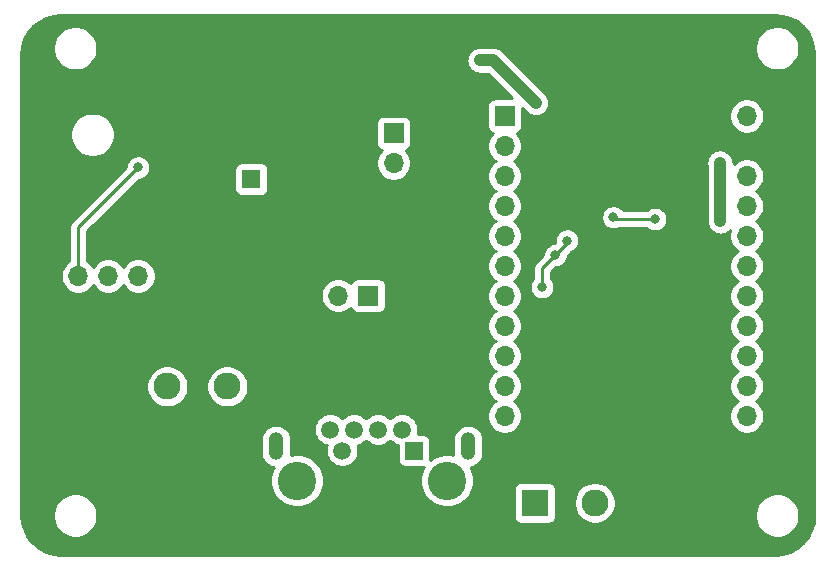
<source format=gbr>
G04 #@! TF.GenerationSoftware,KiCad,Pcbnew,(5.1.6)-1*
G04 #@! TF.CreationDate,2021-01-04T14:23:14-06:00*
G04 #@! TF.ProjectId,SimpleBuildSoundsAmp,53696d70-6c65-4427-9569-6c64536f756e,rev?*
G04 #@! TF.SameCoordinates,Original*
G04 #@! TF.FileFunction,Copper,L1,Top*
G04 #@! TF.FilePolarity,Positive*
%FSLAX46Y46*%
G04 Gerber Fmt 4.6, Leading zero omitted, Abs format (unit mm)*
G04 Created by KiCad (PCBNEW (5.1.6)-1) date 2021-01-04 14:23:14*
%MOMM*%
%LPD*%
G01*
G04 APERTURE LIST*
G04 #@! TA.AperFunction,ComponentPad*
%ADD10R,1.700000X1.700000*%
G04 #@! TD*
G04 #@! TA.AperFunction,ComponentPad*
%ADD11O,1.700000X1.700000*%
G04 #@! TD*
G04 #@! TA.AperFunction,ComponentPad*
%ADD12R,2.286000X2.286000*%
G04 #@! TD*
G04 #@! TA.AperFunction,ComponentPad*
%ADD13C,2.286000*%
G04 #@! TD*
G04 #@! TA.AperFunction,ComponentPad*
%ADD14R,1.600000X1.600000*%
G04 #@! TD*
G04 #@! TA.AperFunction,ComponentPad*
%ADD15C,1.600000*%
G04 #@! TD*
G04 #@! TA.AperFunction,ComponentPad*
%ADD16C,0.800000*%
G04 #@! TD*
G04 #@! TA.AperFunction,ComponentPad*
%ADD17O,1.259000X2.362000*%
G04 #@! TD*
G04 #@! TA.AperFunction,ComponentPad*
%ADD18R,1.500000X1.500000*%
G04 #@! TD*
G04 #@! TA.AperFunction,ComponentPad*
%ADD19C,1.500000*%
G04 #@! TD*
G04 #@! TA.AperFunction,WasherPad*
%ADD20C,3.250000*%
G04 #@! TD*
G04 #@! TA.AperFunction,ViaPad*
%ADD21C,0.800000*%
G04 #@! TD*
G04 #@! TA.AperFunction,Conductor*
%ADD22C,0.250000*%
G04 #@! TD*
G04 #@! TA.AperFunction,Conductor*
%ADD23C,1.000000*%
G04 #@! TD*
G04 #@! TA.AperFunction,Conductor*
%ADD24C,0.254000*%
G04 #@! TD*
G04 APERTURE END LIST*
D10*
X136400000Y-70850000D03*
D11*
X138940000Y-70850000D03*
X141480000Y-70850000D03*
X144020000Y-70850000D03*
D10*
X175050000Y-57300000D03*
D11*
X195550000Y-57300000D03*
X175050000Y-59840000D03*
X195550000Y-59840000D03*
X175050000Y-62380000D03*
X195550000Y-62380000D03*
X175050000Y-64920000D03*
X195550000Y-64920000D03*
X175050000Y-67460000D03*
X195550000Y-67460000D03*
X175050000Y-70000000D03*
X195550000Y-70000000D03*
X175050000Y-72540000D03*
X195550000Y-72540000D03*
X175050000Y-75080000D03*
X195550000Y-75080000D03*
X175050000Y-77620000D03*
X195550000Y-77620000D03*
X175050000Y-80160000D03*
X195550000Y-80160000D03*
X175050000Y-82700000D03*
X195550000Y-82700000D03*
D12*
X141414500Y-80200500D03*
D13*
X146494500Y-80200500D03*
X151574500Y-80200500D03*
D10*
X163500000Y-72500000D03*
D11*
X160960000Y-72500000D03*
D14*
X153600000Y-62650000D03*
D15*
X157100000Y-62650000D03*
D10*
X165650000Y-58750000D03*
D11*
X165650000Y-61290000D03*
X165650000Y-63830000D03*
D12*
X177600000Y-90050000D03*
D13*
X182680000Y-90050000D03*
D16*
X186156425Y-69812150D03*
X184943575Y-69812150D03*
X184943575Y-72237850D03*
X186156425Y-72237850D03*
X184337150Y-71025000D03*
X186762850Y-71025000D03*
X185550000Y-71025000D03*
D17*
X171961680Y-85263870D03*
X155701680Y-85263870D03*
D18*
X167380980Y-85625820D03*
D19*
X166360980Y-83845820D03*
X165350980Y-85625820D03*
X164330980Y-83845820D03*
X163320980Y-85625820D03*
X162300980Y-83845820D03*
X161290980Y-85625820D03*
X160270980Y-83845820D03*
D20*
X170181680Y-88165820D03*
X157481680Y-88165820D03*
D21*
X199350000Y-78175000D03*
X191000000Y-70725000D03*
X191025000Y-74300000D03*
X160750000Y-60925000D03*
X155150000Y-71800000D03*
X144025000Y-61650000D03*
X177700000Y-56200000D03*
X172950000Y-52575000D03*
X193300000Y-66200000D03*
X193275000Y-61275000D03*
X179350000Y-69075000D03*
X178224990Y-71799990D03*
X180350000Y-67850000D03*
X187800000Y-66025000D03*
X184250000Y-65875000D03*
D22*
X138940000Y-70850000D02*
X138940000Y-66735000D01*
X138940000Y-66735000D02*
X144025000Y-61650000D01*
D23*
X177700000Y-56200000D02*
X174075000Y-52575000D01*
X174075000Y-52575000D02*
X172950000Y-52575000D01*
X193300000Y-66200000D02*
X193300000Y-61300000D01*
X193300000Y-61300000D02*
X193275000Y-61275000D01*
D22*
X187800000Y-66025000D02*
X184400000Y-66025000D01*
X184400000Y-66025000D02*
X184250000Y-65875000D01*
X180350000Y-67850000D02*
X180350000Y-68025000D01*
X180350000Y-68075000D02*
X179350000Y-69075000D01*
X180350000Y-67850000D02*
X180350000Y-68075000D01*
X178224990Y-70200010D02*
X179350000Y-69075000D01*
X178224990Y-71799990D02*
X178224990Y-70200010D01*
D24*
G36*
X198577724Y-48796224D02*
G01*
X199201263Y-48984482D01*
X199776350Y-49290261D01*
X200281098Y-49701922D01*
X200696277Y-50203788D01*
X201006066Y-50776730D01*
X201198672Y-51398939D01*
X201270001Y-52077589D01*
X201270000Y-91090222D01*
X201203276Y-91770724D01*
X201015018Y-92394262D01*
X200709239Y-92969350D01*
X200297575Y-93474100D01*
X199795712Y-93889277D01*
X199222770Y-94199066D01*
X198600561Y-94391672D01*
X197921921Y-94463000D01*
X137509778Y-94463000D01*
X136829276Y-94396276D01*
X136205738Y-94208018D01*
X135630650Y-93902239D01*
X135125900Y-93490575D01*
X134710723Y-92988712D01*
X134400934Y-92415770D01*
X134208328Y-91793561D01*
X134137000Y-91114921D01*
X134137000Y-90936844D01*
X136799000Y-90936844D01*
X136799000Y-91308156D01*
X136871439Y-91672334D01*
X137013534Y-92015382D01*
X137219825Y-92324118D01*
X137482382Y-92586675D01*
X137791118Y-92792966D01*
X138134166Y-92935061D01*
X138498344Y-93007500D01*
X138869656Y-93007500D01*
X139233834Y-92935061D01*
X139576882Y-92792966D01*
X139885618Y-92586675D01*
X140148175Y-92324118D01*
X140354466Y-92015382D01*
X140496561Y-91672334D01*
X140569000Y-91308156D01*
X140569000Y-90936844D01*
X140496561Y-90572666D01*
X140354466Y-90229618D01*
X140148175Y-89920882D01*
X139885618Y-89658325D01*
X139576882Y-89452034D01*
X139233834Y-89309939D01*
X138869656Y-89237500D01*
X138498344Y-89237500D01*
X138134166Y-89309939D01*
X137791118Y-89452034D01*
X137482382Y-89658325D01*
X137219825Y-89920882D01*
X137013534Y-90229618D01*
X136871439Y-90572666D01*
X136799000Y-90936844D01*
X134137000Y-90936844D01*
X134137000Y-84650254D01*
X154437180Y-84650254D01*
X154437180Y-85877485D01*
X154455477Y-86063254D01*
X154527782Y-86301613D01*
X154645200Y-86521287D01*
X154803217Y-86713833D01*
X154995762Y-86871850D01*
X155215436Y-86989268D01*
X155453795Y-87061573D01*
X155498494Y-87065976D01*
X155478894Y-87095309D01*
X155308531Y-87506602D01*
X155221680Y-87943229D01*
X155221680Y-88388411D01*
X155308531Y-88825038D01*
X155478894Y-89236331D01*
X155726224Y-89606486D01*
X156041014Y-89921276D01*
X156411169Y-90168606D01*
X156822462Y-90338969D01*
X157259089Y-90425820D01*
X157704271Y-90425820D01*
X158140898Y-90338969D01*
X158552191Y-90168606D01*
X158922346Y-89921276D01*
X159237136Y-89606486D01*
X159484466Y-89236331D01*
X159654829Y-88825038D01*
X159741680Y-88388411D01*
X159741680Y-87943229D01*
X159654829Y-87506602D01*
X159484466Y-87095309D01*
X159237136Y-86725154D01*
X158922346Y-86410364D01*
X158552191Y-86163034D01*
X158140898Y-85992671D01*
X157704271Y-85905820D01*
X157259089Y-85905820D01*
X156957480Y-85965814D01*
X156966180Y-85877486D01*
X156966180Y-84650254D01*
X156947883Y-84464485D01*
X156875578Y-84226126D01*
X156758160Y-84006452D01*
X156600143Y-83813907D01*
X156472812Y-83709409D01*
X158885980Y-83709409D01*
X158885980Y-83982231D01*
X158939205Y-84249809D01*
X159043609Y-84501863D01*
X159195181Y-84728706D01*
X159388094Y-84921619D01*
X159614937Y-85073191D01*
X159866991Y-85177595D01*
X159969114Y-85197909D01*
X159959205Y-85221831D01*
X159905980Y-85489409D01*
X159905980Y-85762231D01*
X159959205Y-86029809D01*
X160063609Y-86281863D01*
X160215181Y-86508706D01*
X160408094Y-86701619D01*
X160634937Y-86853191D01*
X160886991Y-86957595D01*
X161154569Y-87010820D01*
X161427391Y-87010820D01*
X161694969Y-86957595D01*
X161947023Y-86853191D01*
X162173866Y-86701619D01*
X162366779Y-86508706D01*
X162518351Y-86281863D01*
X162622755Y-86029809D01*
X162675980Y-85762231D01*
X162675980Y-85489409D01*
X162622755Y-85221831D01*
X162612085Y-85196071D01*
X162704969Y-85177595D01*
X162957023Y-85073191D01*
X163183866Y-84921619D01*
X163315980Y-84789505D01*
X163448094Y-84921619D01*
X163674937Y-85073191D01*
X163926991Y-85177595D01*
X164194569Y-85230820D01*
X164467391Y-85230820D01*
X164734969Y-85177595D01*
X164987023Y-85073191D01*
X165213866Y-84921619D01*
X165345980Y-84789505D01*
X165478094Y-84921619D01*
X165704937Y-85073191D01*
X165956991Y-85177595D01*
X165992908Y-85184739D01*
X165992908Y-86375820D01*
X166005168Y-86500302D01*
X166041478Y-86620000D01*
X166100443Y-86730314D01*
X166179795Y-86827005D01*
X166276486Y-86906357D01*
X166386800Y-86965322D01*
X166506498Y-87001632D01*
X166630980Y-87013892D01*
X168130980Y-87013892D01*
X168240503Y-87003105D01*
X168178894Y-87095309D01*
X168008531Y-87506602D01*
X167921680Y-87943229D01*
X167921680Y-88388411D01*
X168008531Y-88825038D01*
X168178894Y-89236331D01*
X168426224Y-89606486D01*
X168741014Y-89921276D01*
X169111169Y-90168606D01*
X169522462Y-90338969D01*
X169959089Y-90425820D01*
X170404271Y-90425820D01*
X170840898Y-90338969D01*
X171252191Y-90168606D01*
X171622346Y-89921276D01*
X171937136Y-89606486D01*
X172184466Y-89236331D01*
X172320879Y-88907000D01*
X175818928Y-88907000D01*
X175818928Y-91193000D01*
X175831188Y-91317482D01*
X175867498Y-91437180D01*
X175926463Y-91547494D01*
X176005815Y-91644185D01*
X176102506Y-91723537D01*
X176212820Y-91782502D01*
X176332518Y-91818812D01*
X176457000Y-91831072D01*
X178743000Y-91831072D01*
X178867482Y-91818812D01*
X178987180Y-91782502D01*
X179097494Y-91723537D01*
X179194185Y-91644185D01*
X179273537Y-91547494D01*
X179332502Y-91437180D01*
X179368812Y-91317482D01*
X179381072Y-91193000D01*
X179381072Y-89874882D01*
X180902000Y-89874882D01*
X180902000Y-90225118D01*
X180970328Y-90568623D01*
X181104357Y-90892199D01*
X181298937Y-91183409D01*
X181546591Y-91431063D01*
X181837801Y-91625643D01*
X182161377Y-91759672D01*
X182504882Y-91828000D01*
X182855118Y-91828000D01*
X183198623Y-91759672D01*
X183522199Y-91625643D01*
X183813409Y-91431063D01*
X184061063Y-91183409D01*
X184225812Y-90936844D01*
X196235000Y-90936844D01*
X196235000Y-91308156D01*
X196307439Y-91672334D01*
X196449534Y-92015382D01*
X196655825Y-92324118D01*
X196918382Y-92586675D01*
X197227118Y-92792966D01*
X197570166Y-92935061D01*
X197934344Y-93007500D01*
X198305656Y-93007500D01*
X198669834Y-92935061D01*
X199012882Y-92792966D01*
X199321618Y-92586675D01*
X199584175Y-92324118D01*
X199790466Y-92015382D01*
X199932561Y-91672334D01*
X200005000Y-91308156D01*
X200005000Y-90936844D01*
X199932561Y-90572666D01*
X199790466Y-90229618D01*
X199584175Y-89920882D01*
X199321618Y-89658325D01*
X199012882Y-89452034D01*
X198669834Y-89309939D01*
X198305656Y-89237500D01*
X197934344Y-89237500D01*
X197570166Y-89309939D01*
X197227118Y-89452034D01*
X196918382Y-89658325D01*
X196655825Y-89920882D01*
X196449534Y-90229618D01*
X196307439Y-90572666D01*
X196235000Y-90936844D01*
X184225812Y-90936844D01*
X184255643Y-90892199D01*
X184389672Y-90568623D01*
X184458000Y-90225118D01*
X184458000Y-89874882D01*
X184389672Y-89531377D01*
X184255643Y-89207801D01*
X184061063Y-88916591D01*
X183813409Y-88668937D01*
X183522199Y-88474357D01*
X183198623Y-88340328D01*
X182855118Y-88272000D01*
X182504882Y-88272000D01*
X182161377Y-88340328D01*
X181837801Y-88474357D01*
X181546591Y-88668937D01*
X181298937Y-88916591D01*
X181104357Y-89207801D01*
X180970328Y-89531377D01*
X180902000Y-89874882D01*
X179381072Y-89874882D01*
X179381072Y-88907000D01*
X179368812Y-88782518D01*
X179332502Y-88662820D01*
X179273537Y-88552506D01*
X179194185Y-88455815D01*
X179097494Y-88376463D01*
X178987180Y-88317498D01*
X178867482Y-88281188D01*
X178743000Y-88268928D01*
X176457000Y-88268928D01*
X176332518Y-88281188D01*
X176212820Y-88317498D01*
X176102506Y-88376463D01*
X176005815Y-88455815D01*
X175926463Y-88552506D01*
X175867498Y-88662820D01*
X175831188Y-88782518D01*
X175818928Y-88907000D01*
X172320879Y-88907000D01*
X172354829Y-88825038D01*
X172441680Y-88388411D01*
X172441680Y-87943229D01*
X172354829Y-87506602D01*
X172184466Y-87095309D01*
X172164866Y-87065975D01*
X172209564Y-87061573D01*
X172447923Y-86989268D01*
X172667597Y-86871850D01*
X172860143Y-86713833D01*
X173018160Y-86521288D01*
X173135578Y-86301614D01*
X173207883Y-86063255D01*
X173226180Y-85877486D01*
X173226180Y-84650254D01*
X173207883Y-84464485D01*
X173135578Y-84226126D01*
X173018160Y-84006452D01*
X172860143Y-83813907D01*
X172667598Y-83655890D01*
X172447924Y-83538472D01*
X172209565Y-83466167D01*
X171961680Y-83441752D01*
X171713796Y-83466167D01*
X171475437Y-83538472D01*
X171255763Y-83655890D01*
X171063218Y-83813907D01*
X170905200Y-84006452D01*
X170787782Y-84226126D01*
X170715477Y-84464485D01*
X170697180Y-84650254D01*
X170697180Y-85877485D01*
X170705880Y-85965814D01*
X170404271Y-85905820D01*
X169959089Y-85905820D01*
X169522462Y-85992671D01*
X169111169Y-86163034D01*
X168767385Y-86392743D01*
X168769052Y-86375820D01*
X168769052Y-84875820D01*
X168756792Y-84751338D01*
X168720482Y-84631640D01*
X168661517Y-84521326D01*
X168582165Y-84424635D01*
X168485474Y-84345283D01*
X168375160Y-84286318D01*
X168255462Y-84250008D01*
X168130980Y-84237748D01*
X167695154Y-84237748D01*
X167745980Y-83982231D01*
X167745980Y-83709409D01*
X167692755Y-83441831D01*
X167588351Y-83189777D01*
X167436779Y-82962934D01*
X167243866Y-82770021D01*
X167017023Y-82618449D01*
X166764969Y-82514045D01*
X166497391Y-82460820D01*
X166224569Y-82460820D01*
X165956991Y-82514045D01*
X165704937Y-82618449D01*
X165478094Y-82770021D01*
X165345980Y-82902135D01*
X165213866Y-82770021D01*
X164987023Y-82618449D01*
X164734969Y-82514045D01*
X164467391Y-82460820D01*
X164194569Y-82460820D01*
X163926991Y-82514045D01*
X163674937Y-82618449D01*
X163448094Y-82770021D01*
X163315980Y-82902135D01*
X163183866Y-82770021D01*
X162957023Y-82618449D01*
X162704969Y-82514045D01*
X162437391Y-82460820D01*
X162164569Y-82460820D01*
X161896991Y-82514045D01*
X161644937Y-82618449D01*
X161418094Y-82770021D01*
X161285980Y-82902135D01*
X161153866Y-82770021D01*
X160927023Y-82618449D01*
X160674969Y-82514045D01*
X160407391Y-82460820D01*
X160134569Y-82460820D01*
X159866991Y-82514045D01*
X159614937Y-82618449D01*
X159388094Y-82770021D01*
X159195181Y-82962934D01*
X159043609Y-83189777D01*
X158939205Y-83441831D01*
X158885980Y-83709409D01*
X156472812Y-83709409D01*
X156407598Y-83655890D01*
X156187924Y-83538472D01*
X155949565Y-83466167D01*
X155701680Y-83441752D01*
X155453796Y-83466167D01*
X155215437Y-83538472D01*
X154995763Y-83655890D01*
X154803218Y-83813907D01*
X154645200Y-84006452D01*
X154527782Y-84226126D01*
X154455477Y-84464485D01*
X154437180Y-84650254D01*
X134137000Y-84650254D01*
X134137000Y-80025382D01*
X144716500Y-80025382D01*
X144716500Y-80375618D01*
X144784828Y-80719123D01*
X144918857Y-81042699D01*
X145113437Y-81333909D01*
X145361091Y-81581563D01*
X145652301Y-81776143D01*
X145975877Y-81910172D01*
X146319382Y-81978500D01*
X146669618Y-81978500D01*
X147013123Y-81910172D01*
X147336699Y-81776143D01*
X147627909Y-81581563D01*
X147875563Y-81333909D01*
X148070143Y-81042699D01*
X148204172Y-80719123D01*
X148272500Y-80375618D01*
X148272500Y-80025382D01*
X149796500Y-80025382D01*
X149796500Y-80375618D01*
X149864828Y-80719123D01*
X149998857Y-81042699D01*
X150193437Y-81333909D01*
X150441091Y-81581563D01*
X150732301Y-81776143D01*
X151055877Y-81910172D01*
X151399382Y-81978500D01*
X151749618Y-81978500D01*
X152093123Y-81910172D01*
X152416699Y-81776143D01*
X152707909Y-81581563D01*
X152955563Y-81333909D01*
X153150143Y-81042699D01*
X153284172Y-80719123D01*
X153352500Y-80375618D01*
X153352500Y-80025382D01*
X153284172Y-79681877D01*
X153150143Y-79358301D01*
X152955563Y-79067091D01*
X152707909Y-78819437D01*
X152416699Y-78624857D01*
X152093123Y-78490828D01*
X151749618Y-78422500D01*
X151399382Y-78422500D01*
X151055877Y-78490828D01*
X150732301Y-78624857D01*
X150441091Y-78819437D01*
X150193437Y-79067091D01*
X149998857Y-79358301D01*
X149864828Y-79681877D01*
X149796500Y-80025382D01*
X148272500Y-80025382D01*
X148204172Y-79681877D01*
X148070143Y-79358301D01*
X147875563Y-79067091D01*
X147627909Y-78819437D01*
X147336699Y-78624857D01*
X147013123Y-78490828D01*
X146669618Y-78422500D01*
X146319382Y-78422500D01*
X145975877Y-78490828D01*
X145652301Y-78624857D01*
X145361091Y-78819437D01*
X145113437Y-79067091D01*
X144918857Y-79358301D01*
X144784828Y-79681877D01*
X144716500Y-80025382D01*
X134137000Y-80025382D01*
X134137000Y-72353740D01*
X159475000Y-72353740D01*
X159475000Y-72646260D01*
X159532068Y-72933158D01*
X159644010Y-73203411D01*
X159806525Y-73446632D01*
X160013368Y-73653475D01*
X160256589Y-73815990D01*
X160526842Y-73927932D01*
X160813740Y-73985000D01*
X161106260Y-73985000D01*
X161393158Y-73927932D01*
X161663411Y-73815990D01*
X161906632Y-73653475D01*
X162038487Y-73521620D01*
X162060498Y-73594180D01*
X162119463Y-73704494D01*
X162198815Y-73801185D01*
X162295506Y-73880537D01*
X162405820Y-73939502D01*
X162525518Y-73975812D01*
X162650000Y-73988072D01*
X164350000Y-73988072D01*
X164474482Y-73975812D01*
X164594180Y-73939502D01*
X164704494Y-73880537D01*
X164801185Y-73801185D01*
X164880537Y-73704494D01*
X164939502Y-73594180D01*
X164975812Y-73474482D01*
X164988072Y-73350000D01*
X164988072Y-71650000D01*
X164975812Y-71525518D01*
X164939502Y-71405820D01*
X164880537Y-71295506D01*
X164801185Y-71198815D01*
X164704494Y-71119463D01*
X164594180Y-71060498D01*
X164474482Y-71024188D01*
X164350000Y-71011928D01*
X162650000Y-71011928D01*
X162525518Y-71024188D01*
X162405820Y-71060498D01*
X162295506Y-71119463D01*
X162198815Y-71198815D01*
X162119463Y-71295506D01*
X162060498Y-71405820D01*
X162038487Y-71478380D01*
X161906632Y-71346525D01*
X161663411Y-71184010D01*
X161393158Y-71072068D01*
X161106260Y-71015000D01*
X160813740Y-71015000D01*
X160526842Y-71072068D01*
X160256589Y-71184010D01*
X160013368Y-71346525D01*
X159806525Y-71553368D01*
X159644010Y-71796589D01*
X159532068Y-72066842D01*
X159475000Y-72353740D01*
X134137000Y-72353740D01*
X134137000Y-70703740D01*
X137455000Y-70703740D01*
X137455000Y-70996260D01*
X137512068Y-71283158D01*
X137624010Y-71553411D01*
X137786525Y-71796632D01*
X137993368Y-72003475D01*
X138236589Y-72165990D01*
X138506842Y-72277932D01*
X138793740Y-72335000D01*
X139086260Y-72335000D01*
X139373158Y-72277932D01*
X139643411Y-72165990D01*
X139886632Y-72003475D01*
X140093475Y-71796632D01*
X140210000Y-71622240D01*
X140326525Y-71796632D01*
X140533368Y-72003475D01*
X140776589Y-72165990D01*
X141046842Y-72277932D01*
X141333740Y-72335000D01*
X141626260Y-72335000D01*
X141913158Y-72277932D01*
X142183411Y-72165990D01*
X142426632Y-72003475D01*
X142633475Y-71796632D01*
X142750000Y-71622240D01*
X142866525Y-71796632D01*
X143073368Y-72003475D01*
X143316589Y-72165990D01*
X143586842Y-72277932D01*
X143873740Y-72335000D01*
X144166260Y-72335000D01*
X144453158Y-72277932D01*
X144723411Y-72165990D01*
X144966632Y-72003475D01*
X145173475Y-71796632D01*
X145335990Y-71553411D01*
X145447932Y-71283158D01*
X145505000Y-70996260D01*
X145505000Y-70703740D01*
X145447932Y-70416842D01*
X145335990Y-70146589D01*
X145173475Y-69903368D01*
X144966632Y-69696525D01*
X144723411Y-69534010D01*
X144453158Y-69422068D01*
X144166260Y-69365000D01*
X143873740Y-69365000D01*
X143586842Y-69422068D01*
X143316589Y-69534010D01*
X143073368Y-69696525D01*
X142866525Y-69903368D01*
X142750000Y-70077760D01*
X142633475Y-69903368D01*
X142426632Y-69696525D01*
X142183411Y-69534010D01*
X141913158Y-69422068D01*
X141626260Y-69365000D01*
X141333740Y-69365000D01*
X141046842Y-69422068D01*
X140776589Y-69534010D01*
X140533368Y-69696525D01*
X140326525Y-69903368D01*
X140210000Y-70077760D01*
X140093475Y-69903368D01*
X139886632Y-69696525D01*
X139700000Y-69571822D01*
X139700000Y-67049801D01*
X144064802Y-62685000D01*
X144126939Y-62685000D01*
X144326898Y-62645226D01*
X144515256Y-62567205D01*
X144684774Y-62453937D01*
X144828937Y-62309774D01*
X144942205Y-62140256D01*
X145020226Y-61951898D01*
X145040494Y-61850000D01*
X152161928Y-61850000D01*
X152161928Y-63450000D01*
X152174188Y-63574482D01*
X152210498Y-63694180D01*
X152269463Y-63804494D01*
X152348815Y-63901185D01*
X152445506Y-63980537D01*
X152555820Y-64039502D01*
X152675518Y-64075812D01*
X152800000Y-64088072D01*
X154400000Y-64088072D01*
X154524482Y-64075812D01*
X154644180Y-64039502D01*
X154754494Y-63980537D01*
X154851185Y-63901185D01*
X154930537Y-63804494D01*
X154989502Y-63694180D01*
X155025812Y-63574482D01*
X155038072Y-63450000D01*
X155038072Y-61850000D01*
X155025812Y-61725518D01*
X154989502Y-61605820D01*
X154930537Y-61495506D01*
X154851185Y-61398815D01*
X154754494Y-61319463D01*
X154644180Y-61260498D01*
X154524482Y-61224188D01*
X154400000Y-61211928D01*
X152800000Y-61211928D01*
X152675518Y-61224188D01*
X152555820Y-61260498D01*
X152445506Y-61319463D01*
X152348815Y-61398815D01*
X152269463Y-61495506D01*
X152210498Y-61605820D01*
X152174188Y-61725518D01*
X152161928Y-61850000D01*
X145040494Y-61850000D01*
X145060000Y-61751939D01*
X145060000Y-61548061D01*
X145020226Y-61348102D01*
X144942205Y-61159744D01*
X144828937Y-60990226D01*
X144684774Y-60846063D01*
X144515256Y-60732795D01*
X144326898Y-60654774D01*
X144126939Y-60615000D01*
X143923061Y-60615000D01*
X143723102Y-60654774D01*
X143534744Y-60732795D01*
X143365226Y-60846063D01*
X143221063Y-60990226D01*
X143107795Y-61159744D01*
X143029774Y-61348102D01*
X142990000Y-61548061D01*
X142990000Y-61610198D01*
X138428998Y-66171201D01*
X138400000Y-66194999D01*
X138376202Y-66223997D01*
X138376201Y-66223998D01*
X138305026Y-66310724D01*
X138234454Y-66442754D01*
X138212462Y-66515256D01*
X138190998Y-66586014D01*
X138181846Y-66678937D01*
X138176324Y-66735000D01*
X138180001Y-66772332D01*
X138180000Y-69571821D01*
X137993368Y-69696525D01*
X137786525Y-69903368D01*
X137624010Y-70146589D01*
X137512068Y-70416842D01*
X137455000Y-70703740D01*
X134137000Y-70703740D01*
X134137000Y-58705344D01*
X138286900Y-58705344D01*
X138286900Y-59076656D01*
X138359339Y-59440834D01*
X138501434Y-59783882D01*
X138707725Y-60092618D01*
X138970282Y-60355175D01*
X139279018Y-60561466D01*
X139622066Y-60703561D01*
X139986244Y-60776000D01*
X140357556Y-60776000D01*
X140721734Y-60703561D01*
X141064782Y-60561466D01*
X141373518Y-60355175D01*
X141636075Y-60092618D01*
X141842366Y-59783882D01*
X141984461Y-59440834D01*
X142056900Y-59076656D01*
X142056900Y-58705344D01*
X141984461Y-58341166D01*
X141842366Y-57998118D01*
X141776806Y-57900000D01*
X164161928Y-57900000D01*
X164161928Y-59600000D01*
X164174188Y-59724482D01*
X164210498Y-59844180D01*
X164269463Y-59954494D01*
X164348815Y-60051185D01*
X164445506Y-60130537D01*
X164555820Y-60189502D01*
X164628380Y-60211513D01*
X164496525Y-60343368D01*
X164334010Y-60586589D01*
X164222068Y-60856842D01*
X164165000Y-61143740D01*
X164165000Y-61436260D01*
X164222068Y-61723158D01*
X164334010Y-61993411D01*
X164496525Y-62236632D01*
X164703368Y-62443475D01*
X164946589Y-62605990D01*
X165216842Y-62717932D01*
X165503740Y-62775000D01*
X165796260Y-62775000D01*
X166083158Y-62717932D01*
X166353411Y-62605990D01*
X166596632Y-62443475D01*
X166803475Y-62236632D01*
X166965990Y-61993411D01*
X167077932Y-61723158D01*
X167135000Y-61436260D01*
X167135000Y-61143740D01*
X167077932Y-60856842D01*
X166965990Y-60586589D01*
X166803475Y-60343368D01*
X166671620Y-60211513D01*
X166744180Y-60189502D01*
X166854494Y-60130537D01*
X166951185Y-60051185D01*
X167030537Y-59954494D01*
X167089502Y-59844180D01*
X167125812Y-59724482D01*
X167138072Y-59600000D01*
X167138072Y-57900000D01*
X167125812Y-57775518D01*
X167089502Y-57655820D01*
X167030537Y-57545506D01*
X166951185Y-57448815D01*
X166854494Y-57369463D01*
X166744180Y-57310498D01*
X166624482Y-57274188D01*
X166500000Y-57261928D01*
X164800000Y-57261928D01*
X164675518Y-57274188D01*
X164555820Y-57310498D01*
X164445506Y-57369463D01*
X164348815Y-57448815D01*
X164269463Y-57545506D01*
X164210498Y-57655820D01*
X164174188Y-57775518D01*
X164161928Y-57900000D01*
X141776806Y-57900000D01*
X141636075Y-57689382D01*
X141373518Y-57426825D01*
X141064782Y-57220534D01*
X140721734Y-57078439D01*
X140357556Y-57006000D01*
X139986244Y-57006000D01*
X139622066Y-57078439D01*
X139279018Y-57220534D01*
X138970282Y-57426825D01*
X138707725Y-57689382D01*
X138501434Y-57998118D01*
X138359339Y-58341166D01*
X138286900Y-58705344D01*
X134137000Y-58705344D01*
X134137000Y-52102279D01*
X134203724Y-51421776D01*
X134217440Y-51376344D01*
X136799000Y-51376344D01*
X136799000Y-51747656D01*
X136871439Y-52111834D01*
X137013534Y-52454882D01*
X137219825Y-52763618D01*
X137482382Y-53026175D01*
X137791118Y-53232466D01*
X138134166Y-53374561D01*
X138498344Y-53447000D01*
X138869656Y-53447000D01*
X139233834Y-53374561D01*
X139576882Y-53232466D01*
X139885618Y-53026175D01*
X140148175Y-52763618D01*
X140274205Y-52575000D01*
X171809509Y-52575000D01*
X171831423Y-52797499D01*
X171896324Y-53011447D01*
X172001716Y-53208623D01*
X172143551Y-53381449D01*
X172316377Y-53523284D01*
X172513553Y-53628676D01*
X172727501Y-53693577D01*
X172894248Y-53710000D01*
X173604869Y-53710000D01*
X175706796Y-55811928D01*
X174200000Y-55811928D01*
X174075518Y-55824188D01*
X173955820Y-55860498D01*
X173845506Y-55919463D01*
X173748815Y-55998815D01*
X173669463Y-56095506D01*
X173610498Y-56205820D01*
X173574188Y-56325518D01*
X173561928Y-56450000D01*
X173561928Y-58150000D01*
X173574188Y-58274482D01*
X173610498Y-58394180D01*
X173669463Y-58504494D01*
X173748815Y-58601185D01*
X173845506Y-58680537D01*
X173955820Y-58739502D01*
X174028380Y-58761513D01*
X173896525Y-58893368D01*
X173734010Y-59136589D01*
X173622068Y-59406842D01*
X173565000Y-59693740D01*
X173565000Y-59986260D01*
X173622068Y-60273158D01*
X173734010Y-60543411D01*
X173896525Y-60786632D01*
X174103368Y-60993475D01*
X174277760Y-61110000D01*
X174103368Y-61226525D01*
X173896525Y-61433368D01*
X173734010Y-61676589D01*
X173622068Y-61946842D01*
X173565000Y-62233740D01*
X173565000Y-62526260D01*
X173622068Y-62813158D01*
X173734010Y-63083411D01*
X173896525Y-63326632D01*
X174103368Y-63533475D01*
X174277760Y-63650000D01*
X174103368Y-63766525D01*
X173896525Y-63973368D01*
X173734010Y-64216589D01*
X173622068Y-64486842D01*
X173565000Y-64773740D01*
X173565000Y-65066260D01*
X173622068Y-65353158D01*
X173734010Y-65623411D01*
X173896525Y-65866632D01*
X174103368Y-66073475D01*
X174277760Y-66190000D01*
X174103368Y-66306525D01*
X173896525Y-66513368D01*
X173734010Y-66756589D01*
X173622068Y-67026842D01*
X173565000Y-67313740D01*
X173565000Y-67606260D01*
X173622068Y-67893158D01*
X173734010Y-68163411D01*
X173896525Y-68406632D01*
X174103368Y-68613475D01*
X174277760Y-68730000D01*
X174103368Y-68846525D01*
X173896525Y-69053368D01*
X173734010Y-69296589D01*
X173622068Y-69566842D01*
X173565000Y-69853740D01*
X173565000Y-70146260D01*
X173622068Y-70433158D01*
X173734010Y-70703411D01*
X173896525Y-70946632D01*
X174103368Y-71153475D01*
X174277760Y-71270000D01*
X174103368Y-71386525D01*
X173896525Y-71593368D01*
X173734010Y-71836589D01*
X173622068Y-72106842D01*
X173565000Y-72393740D01*
X173565000Y-72686260D01*
X173622068Y-72973158D01*
X173734010Y-73243411D01*
X173896525Y-73486632D01*
X174103368Y-73693475D01*
X174277760Y-73810000D01*
X174103368Y-73926525D01*
X173896525Y-74133368D01*
X173734010Y-74376589D01*
X173622068Y-74646842D01*
X173565000Y-74933740D01*
X173565000Y-75226260D01*
X173622068Y-75513158D01*
X173734010Y-75783411D01*
X173896525Y-76026632D01*
X174103368Y-76233475D01*
X174277760Y-76350000D01*
X174103368Y-76466525D01*
X173896525Y-76673368D01*
X173734010Y-76916589D01*
X173622068Y-77186842D01*
X173565000Y-77473740D01*
X173565000Y-77766260D01*
X173622068Y-78053158D01*
X173734010Y-78323411D01*
X173896525Y-78566632D01*
X174103368Y-78773475D01*
X174277760Y-78890000D01*
X174103368Y-79006525D01*
X173896525Y-79213368D01*
X173734010Y-79456589D01*
X173622068Y-79726842D01*
X173565000Y-80013740D01*
X173565000Y-80306260D01*
X173622068Y-80593158D01*
X173734010Y-80863411D01*
X173896525Y-81106632D01*
X174103368Y-81313475D01*
X174277760Y-81430000D01*
X174103368Y-81546525D01*
X173896525Y-81753368D01*
X173734010Y-81996589D01*
X173622068Y-82266842D01*
X173565000Y-82553740D01*
X173565000Y-82846260D01*
X173622068Y-83133158D01*
X173734010Y-83403411D01*
X173896525Y-83646632D01*
X174103368Y-83853475D01*
X174346589Y-84015990D01*
X174616842Y-84127932D01*
X174903740Y-84185000D01*
X175196260Y-84185000D01*
X175483158Y-84127932D01*
X175753411Y-84015990D01*
X175996632Y-83853475D01*
X176203475Y-83646632D01*
X176365990Y-83403411D01*
X176477932Y-83133158D01*
X176535000Y-82846260D01*
X176535000Y-82553740D01*
X176477932Y-82266842D01*
X176365990Y-81996589D01*
X176203475Y-81753368D01*
X175996632Y-81546525D01*
X175822240Y-81430000D01*
X175996632Y-81313475D01*
X176203475Y-81106632D01*
X176365990Y-80863411D01*
X176477932Y-80593158D01*
X176535000Y-80306260D01*
X176535000Y-80013740D01*
X176477932Y-79726842D01*
X176365990Y-79456589D01*
X176203475Y-79213368D01*
X175996632Y-79006525D01*
X175822240Y-78890000D01*
X175996632Y-78773475D01*
X176203475Y-78566632D01*
X176365990Y-78323411D01*
X176477932Y-78053158D01*
X176535000Y-77766260D01*
X176535000Y-77473740D01*
X176477932Y-77186842D01*
X176365990Y-76916589D01*
X176203475Y-76673368D01*
X175996632Y-76466525D01*
X175822240Y-76350000D01*
X175996632Y-76233475D01*
X176203475Y-76026632D01*
X176365990Y-75783411D01*
X176477932Y-75513158D01*
X176535000Y-75226260D01*
X176535000Y-74933740D01*
X176477932Y-74646842D01*
X176365990Y-74376589D01*
X176203475Y-74133368D01*
X175996632Y-73926525D01*
X175822240Y-73810000D01*
X175996632Y-73693475D01*
X176203475Y-73486632D01*
X176365990Y-73243411D01*
X176477932Y-72973158D01*
X176535000Y-72686260D01*
X176535000Y-72393740D01*
X176477932Y-72106842D01*
X176365990Y-71836589D01*
X176273422Y-71698051D01*
X177189990Y-71698051D01*
X177189990Y-71901929D01*
X177229764Y-72101888D01*
X177307785Y-72290246D01*
X177421053Y-72459764D01*
X177565216Y-72603927D01*
X177734734Y-72717195D01*
X177923092Y-72795216D01*
X178123051Y-72834990D01*
X178326929Y-72834990D01*
X178526888Y-72795216D01*
X178715246Y-72717195D01*
X178884764Y-72603927D01*
X179028927Y-72459764D01*
X179142195Y-72290246D01*
X179220216Y-72101888D01*
X179259990Y-71901929D01*
X179259990Y-71698051D01*
X179220216Y-71498092D01*
X179142195Y-71309734D01*
X179028927Y-71140216D01*
X178984990Y-71096279D01*
X178984990Y-70514811D01*
X179389802Y-70110000D01*
X179451939Y-70110000D01*
X179651898Y-70070226D01*
X179840256Y-69992205D01*
X180009774Y-69878937D01*
X180153937Y-69734774D01*
X180267205Y-69565256D01*
X180345226Y-69376898D01*
X180385000Y-69176939D01*
X180385000Y-69114801D01*
X180656469Y-68843333D01*
X180840256Y-68767205D01*
X181009774Y-68653937D01*
X181153937Y-68509774D01*
X181267205Y-68340256D01*
X181345226Y-68151898D01*
X181385000Y-67951939D01*
X181385000Y-67748061D01*
X181345226Y-67548102D01*
X181267205Y-67359744D01*
X181153937Y-67190226D01*
X181009774Y-67046063D01*
X180840256Y-66932795D01*
X180651898Y-66854774D01*
X180451939Y-66815000D01*
X180248061Y-66815000D01*
X180048102Y-66854774D01*
X179859744Y-66932795D01*
X179690226Y-67046063D01*
X179546063Y-67190226D01*
X179432795Y-67359744D01*
X179354774Y-67548102D01*
X179315000Y-67748061D01*
X179315000Y-67951939D01*
X179328814Y-68021385D01*
X179310199Y-68040000D01*
X179248061Y-68040000D01*
X179048102Y-68079774D01*
X178859744Y-68157795D01*
X178690226Y-68271063D01*
X178546063Y-68415226D01*
X178432795Y-68584744D01*
X178354774Y-68773102D01*
X178315000Y-68973061D01*
X178315000Y-69035198D01*
X177713988Y-69636211D01*
X177684990Y-69660009D01*
X177661192Y-69689007D01*
X177661191Y-69689008D01*
X177590016Y-69775734D01*
X177519444Y-69907764D01*
X177475988Y-70051025D01*
X177461314Y-70200010D01*
X177464991Y-70237342D01*
X177464990Y-71096279D01*
X177421053Y-71140216D01*
X177307785Y-71309734D01*
X177229764Y-71498092D01*
X177189990Y-71698051D01*
X176273422Y-71698051D01*
X176203475Y-71593368D01*
X175996632Y-71386525D01*
X175822240Y-71270000D01*
X175996632Y-71153475D01*
X176203475Y-70946632D01*
X176365990Y-70703411D01*
X176477932Y-70433158D01*
X176535000Y-70146260D01*
X176535000Y-69853740D01*
X176477932Y-69566842D01*
X176365990Y-69296589D01*
X176203475Y-69053368D01*
X175996632Y-68846525D01*
X175822240Y-68730000D01*
X175996632Y-68613475D01*
X176203475Y-68406632D01*
X176365990Y-68163411D01*
X176477932Y-67893158D01*
X176535000Y-67606260D01*
X176535000Y-67313740D01*
X176477932Y-67026842D01*
X176365990Y-66756589D01*
X176203475Y-66513368D01*
X175996632Y-66306525D01*
X175822240Y-66190000D01*
X175996632Y-66073475D01*
X176203475Y-65866632D01*
X176265997Y-65773061D01*
X183215000Y-65773061D01*
X183215000Y-65976939D01*
X183254774Y-66176898D01*
X183332795Y-66365256D01*
X183446063Y-66534774D01*
X183590226Y-66678937D01*
X183759744Y-66792205D01*
X183948102Y-66870226D01*
X184148061Y-66910000D01*
X184351939Y-66910000D01*
X184551898Y-66870226D01*
X184740256Y-66792205D01*
X184751039Y-66785000D01*
X187096289Y-66785000D01*
X187140226Y-66828937D01*
X187309744Y-66942205D01*
X187498102Y-67020226D01*
X187698061Y-67060000D01*
X187901939Y-67060000D01*
X188101898Y-67020226D01*
X188290256Y-66942205D01*
X188459774Y-66828937D01*
X188603937Y-66684774D01*
X188717205Y-66515256D01*
X188795226Y-66326898D01*
X188835000Y-66126939D01*
X188835000Y-65923061D01*
X188795226Y-65723102D01*
X188717205Y-65534744D01*
X188603937Y-65365226D01*
X188459774Y-65221063D01*
X188290256Y-65107795D01*
X188101898Y-65029774D01*
X187901939Y-64990000D01*
X187698061Y-64990000D01*
X187498102Y-65029774D01*
X187309744Y-65107795D01*
X187140226Y-65221063D01*
X187096289Y-65265000D01*
X185087195Y-65265000D01*
X185053937Y-65215226D01*
X184909774Y-65071063D01*
X184740256Y-64957795D01*
X184551898Y-64879774D01*
X184351939Y-64840000D01*
X184148061Y-64840000D01*
X183948102Y-64879774D01*
X183759744Y-64957795D01*
X183590226Y-65071063D01*
X183446063Y-65215226D01*
X183332795Y-65384744D01*
X183254774Y-65573102D01*
X183215000Y-65773061D01*
X176265997Y-65773061D01*
X176365990Y-65623411D01*
X176477932Y-65353158D01*
X176535000Y-65066260D01*
X176535000Y-64773740D01*
X176477932Y-64486842D01*
X176365990Y-64216589D01*
X176203475Y-63973368D01*
X175996632Y-63766525D01*
X175822240Y-63650000D01*
X175996632Y-63533475D01*
X176203475Y-63326632D01*
X176365990Y-63083411D01*
X176477932Y-62813158D01*
X176535000Y-62526260D01*
X176535000Y-62233740D01*
X176477932Y-61946842D01*
X176365990Y-61676589D01*
X176203475Y-61433368D01*
X176045107Y-61275000D01*
X192134509Y-61275000D01*
X192156423Y-61497498D01*
X192165001Y-61525775D01*
X192165000Y-66255751D01*
X192181423Y-66422498D01*
X192246324Y-66636446D01*
X192351716Y-66833623D01*
X192493551Y-67006449D01*
X192666377Y-67148284D01*
X192863553Y-67253676D01*
X193077501Y-67318577D01*
X193300000Y-67340491D01*
X193522498Y-67318577D01*
X193736446Y-67253676D01*
X193933623Y-67148284D01*
X194106449Y-67006449D01*
X194155039Y-66947241D01*
X194122068Y-67026842D01*
X194065000Y-67313740D01*
X194065000Y-67606260D01*
X194122068Y-67893158D01*
X194234010Y-68163411D01*
X194396525Y-68406632D01*
X194603368Y-68613475D01*
X194777760Y-68730000D01*
X194603368Y-68846525D01*
X194396525Y-69053368D01*
X194234010Y-69296589D01*
X194122068Y-69566842D01*
X194065000Y-69853740D01*
X194065000Y-70146260D01*
X194122068Y-70433158D01*
X194234010Y-70703411D01*
X194396525Y-70946632D01*
X194603368Y-71153475D01*
X194777760Y-71270000D01*
X194603368Y-71386525D01*
X194396525Y-71593368D01*
X194234010Y-71836589D01*
X194122068Y-72106842D01*
X194065000Y-72393740D01*
X194065000Y-72686260D01*
X194122068Y-72973158D01*
X194234010Y-73243411D01*
X194396525Y-73486632D01*
X194603368Y-73693475D01*
X194777760Y-73810000D01*
X194603368Y-73926525D01*
X194396525Y-74133368D01*
X194234010Y-74376589D01*
X194122068Y-74646842D01*
X194065000Y-74933740D01*
X194065000Y-75226260D01*
X194122068Y-75513158D01*
X194234010Y-75783411D01*
X194396525Y-76026632D01*
X194603368Y-76233475D01*
X194777760Y-76350000D01*
X194603368Y-76466525D01*
X194396525Y-76673368D01*
X194234010Y-76916589D01*
X194122068Y-77186842D01*
X194065000Y-77473740D01*
X194065000Y-77766260D01*
X194122068Y-78053158D01*
X194234010Y-78323411D01*
X194396525Y-78566632D01*
X194603368Y-78773475D01*
X194777760Y-78890000D01*
X194603368Y-79006525D01*
X194396525Y-79213368D01*
X194234010Y-79456589D01*
X194122068Y-79726842D01*
X194065000Y-80013740D01*
X194065000Y-80306260D01*
X194122068Y-80593158D01*
X194234010Y-80863411D01*
X194396525Y-81106632D01*
X194603368Y-81313475D01*
X194777760Y-81430000D01*
X194603368Y-81546525D01*
X194396525Y-81753368D01*
X194234010Y-81996589D01*
X194122068Y-82266842D01*
X194065000Y-82553740D01*
X194065000Y-82846260D01*
X194122068Y-83133158D01*
X194234010Y-83403411D01*
X194396525Y-83646632D01*
X194603368Y-83853475D01*
X194846589Y-84015990D01*
X195116842Y-84127932D01*
X195403740Y-84185000D01*
X195696260Y-84185000D01*
X195983158Y-84127932D01*
X196253411Y-84015990D01*
X196496632Y-83853475D01*
X196703475Y-83646632D01*
X196865990Y-83403411D01*
X196977932Y-83133158D01*
X197035000Y-82846260D01*
X197035000Y-82553740D01*
X196977932Y-82266842D01*
X196865990Y-81996589D01*
X196703475Y-81753368D01*
X196496632Y-81546525D01*
X196322240Y-81430000D01*
X196496632Y-81313475D01*
X196703475Y-81106632D01*
X196865990Y-80863411D01*
X196977932Y-80593158D01*
X197035000Y-80306260D01*
X197035000Y-80013740D01*
X196977932Y-79726842D01*
X196865990Y-79456589D01*
X196703475Y-79213368D01*
X196496632Y-79006525D01*
X196322240Y-78890000D01*
X196496632Y-78773475D01*
X196703475Y-78566632D01*
X196865990Y-78323411D01*
X196977932Y-78053158D01*
X197035000Y-77766260D01*
X197035000Y-77473740D01*
X196977932Y-77186842D01*
X196865990Y-76916589D01*
X196703475Y-76673368D01*
X196496632Y-76466525D01*
X196322240Y-76350000D01*
X196496632Y-76233475D01*
X196703475Y-76026632D01*
X196865990Y-75783411D01*
X196977932Y-75513158D01*
X197035000Y-75226260D01*
X197035000Y-74933740D01*
X196977932Y-74646842D01*
X196865990Y-74376589D01*
X196703475Y-74133368D01*
X196496632Y-73926525D01*
X196322240Y-73810000D01*
X196496632Y-73693475D01*
X196703475Y-73486632D01*
X196865990Y-73243411D01*
X196977932Y-72973158D01*
X197035000Y-72686260D01*
X197035000Y-72393740D01*
X196977932Y-72106842D01*
X196865990Y-71836589D01*
X196703475Y-71593368D01*
X196496632Y-71386525D01*
X196322240Y-71270000D01*
X196496632Y-71153475D01*
X196703475Y-70946632D01*
X196865990Y-70703411D01*
X196977932Y-70433158D01*
X197035000Y-70146260D01*
X197035000Y-69853740D01*
X196977932Y-69566842D01*
X196865990Y-69296589D01*
X196703475Y-69053368D01*
X196496632Y-68846525D01*
X196322240Y-68730000D01*
X196496632Y-68613475D01*
X196703475Y-68406632D01*
X196865990Y-68163411D01*
X196977932Y-67893158D01*
X197035000Y-67606260D01*
X197035000Y-67313740D01*
X196977932Y-67026842D01*
X196865990Y-66756589D01*
X196703475Y-66513368D01*
X196496632Y-66306525D01*
X196322240Y-66190000D01*
X196496632Y-66073475D01*
X196703475Y-65866632D01*
X196865990Y-65623411D01*
X196977932Y-65353158D01*
X197035000Y-65066260D01*
X197035000Y-64773740D01*
X196977932Y-64486842D01*
X196865990Y-64216589D01*
X196703475Y-63973368D01*
X196496632Y-63766525D01*
X196322240Y-63650000D01*
X196496632Y-63533475D01*
X196703475Y-63326632D01*
X196865990Y-63083411D01*
X196977932Y-62813158D01*
X197035000Y-62526260D01*
X197035000Y-62233740D01*
X196977932Y-61946842D01*
X196865990Y-61676589D01*
X196703475Y-61433368D01*
X196496632Y-61226525D01*
X196253411Y-61064010D01*
X195983158Y-60952068D01*
X195696260Y-60895000D01*
X195403740Y-60895000D01*
X195116842Y-60952068D01*
X194846589Y-61064010D01*
X194603368Y-61226525D01*
X194435000Y-61394893D01*
X194435000Y-61355741D01*
X194440490Y-61299999D01*
X194435000Y-61244258D01*
X194435000Y-61244248D01*
X194418577Y-61077501D01*
X194353676Y-60863553D01*
X194248284Y-60666377D01*
X194106449Y-60493551D01*
X194063135Y-60458004D01*
X194038143Y-60433012D01*
X193908622Y-60326717D01*
X193711446Y-60221324D01*
X193497498Y-60156423D01*
X193275000Y-60134509D01*
X193052502Y-60156423D01*
X192838554Y-60221324D01*
X192641378Y-60326717D01*
X192468552Y-60468552D01*
X192326717Y-60641378D01*
X192221324Y-60838554D01*
X192156423Y-61052502D01*
X192134509Y-61275000D01*
X176045107Y-61275000D01*
X175996632Y-61226525D01*
X175822240Y-61110000D01*
X175996632Y-60993475D01*
X176203475Y-60786632D01*
X176365990Y-60543411D01*
X176477932Y-60273158D01*
X176535000Y-59986260D01*
X176535000Y-59693740D01*
X176477932Y-59406842D01*
X176365990Y-59136589D01*
X176203475Y-58893368D01*
X176071620Y-58761513D01*
X176144180Y-58739502D01*
X176254494Y-58680537D01*
X176351185Y-58601185D01*
X176430537Y-58504494D01*
X176489502Y-58394180D01*
X176525812Y-58274482D01*
X176538072Y-58150000D01*
X176538072Y-56643204D01*
X176936856Y-57041988D01*
X177066377Y-57148283D01*
X177263553Y-57253675D01*
X177477500Y-57318577D01*
X177699999Y-57340490D01*
X177922498Y-57318577D01*
X178136446Y-57253675D01*
X178323412Y-57153740D01*
X194065000Y-57153740D01*
X194065000Y-57446260D01*
X194122068Y-57733158D01*
X194234010Y-58003411D01*
X194396525Y-58246632D01*
X194603368Y-58453475D01*
X194846589Y-58615990D01*
X195116842Y-58727932D01*
X195403740Y-58785000D01*
X195696260Y-58785000D01*
X195983158Y-58727932D01*
X196253411Y-58615990D01*
X196496632Y-58453475D01*
X196703475Y-58246632D01*
X196865990Y-58003411D01*
X196977932Y-57733158D01*
X197035000Y-57446260D01*
X197035000Y-57153740D01*
X196977932Y-56866842D01*
X196865990Y-56596589D01*
X196703475Y-56353368D01*
X196496632Y-56146525D01*
X196253411Y-55984010D01*
X195983158Y-55872068D01*
X195696260Y-55815000D01*
X195403740Y-55815000D01*
X195116842Y-55872068D01*
X194846589Y-55984010D01*
X194603368Y-56146525D01*
X194396525Y-56353368D01*
X194234010Y-56596589D01*
X194122068Y-56866842D01*
X194065000Y-57153740D01*
X178323412Y-57153740D01*
X178333622Y-57148283D01*
X178506448Y-57006448D01*
X178648283Y-56833622D01*
X178753675Y-56636446D01*
X178818577Y-56422498D01*
X178840490Y-56199999D01*
X178818577Y-55977500D01*
X178753675Y-55763553D01*
X178648283Y-55566377D01*
X178541988Y-55436856D01*
X174916996Y-51811865D01*
X174881449Y-51768551D01*
X174708623Y-51626716D01*
X174511447Y-51521324D01*
X174297499Y-51456423D01*
X174130752Y-51440000D01*
X174130751Y-51440000D01*
X174075000Y-51434509D01*
X174019249Y-51440000D01*
X172894248Y-51440000D01*
X172727501Y-51456423D01*
X172513553Y-51521324D01*
X172316377Y-51626716D01*
X172143551Y-51768551D01*
X172001716Y-51941377D01*
X171896324Y-52138553D01*
X171831423Y-52352501D01*
X171809509Y-52575000D01*
X140274205Y-52575000D01*
X140354466Y-52454882D01*
X140496561Y-52111834D01*
X140569000Y-51747656D01*
X140569000Y-51376344D01*
X196235000Y-51376344D01*
X196235000Y-51747656D01*
X196307439Y-52111834D01*
X196449534Y-52454882D01*
X196655825Y-52763618D01*
X196918382Y-53026175D01*
X197227118Y-53232466D01*
X197570166Y-53374561D01*
X197934344Y-53447000D01*
X198305656Y-53447000D01*
X198669834Y-53374561D01*
X199012882Y-53232466D01*
X199321618Y-53026175D01*
X199584175Y-52763618D01*
X199790466Y-52454882D01*
X199932561Y-52111834D01*
X200005000Y-51747656D01*
X200005000Y-51376344D01*
X199932561Y-51012166D01*
X199790466Y-50669118D01*
X199584175Y-50360382D01*
X199321618Y-50097825D01*
X199012882Y-49891534D01*
X198669834Y-49749439D01*
X198305656Y-49677000D01*
X197934344Y-49677000D01*
X197570166Y-49749439D01*
X197227118Y-49891534D01*
X196918382Y-50097825D01*
X196655825Y-50360382D01*
X196449534Y-50669118D01*
X196307439Y-51012166D01*
X196235000Y-51376344D01*
X140569000Y-51376344D01*
X140496561Y-51012166D01*
X140354466Y-50669118D01*
X140148175Y-50360382D01*
X139885618Y-50097825D01*
X139576882Y-49891534D01*
X139233834Y-49749439D01*
X138869656Y-49677000D01*
X138498344Y-49677000D01*
X138134166Y-49749439D01*
X137791118Y-49891534D01*
X137482382Y-50097825D01*
X137219825Y-50360382D01*
X137013534Y-50669118D01*
X136871439Y-51012166D01*
X136799000Y-51376344D01*
X134217440Y-51376344D01*
X134391982Y-50798237D01*
X134697761Y-50223150D01*
X135109422Y-49718402D01*
X135611288Y-49303223D01*
X136184230Y-48993434D01*
X136806439Y-48800828D01*
X137485079Y-48729500D01*
X197897221Y-48729500D01*
X198577724Y-48796224D01*
G37*
X198577724Y-48796224D02*
X199201263Y-48984482D01*
X199776350Y-49290261D01*
X200281098Y-49701922D01*
X200696277Y-50203788D01*
X201006066Y-50776730D01*
X201198672Y-51398939D01*
X201270001Y-52077589D01*
X201270000Y-91090222D01*
X201203276Y-91770724D01*
X201015018Y-92394262D01*
X200709239Y-92969350D01*
X200297575Y-93474100D01*
X199795712Y-93889277D01*
X199222770Y-94199066D01*
X198600561Y-94391672D01*
X197921921Y-94463000D01*
X137509778Y-94463000D01*
X136829276Y-94396276D01*
X136205738Y-94208018D01*
X135630650Y-93902239D01*
X135125900Y-93490575D01*
X134710723Y-92988712D01*
X134400934Y-92415770D01*
X134208328Y-91793561D01*
X134137000Y-91114921D01*
X134137000Y-90936844D01*
X136799000Y-90936844D01*
X136799000Y-91308156D01*
X136871439Y-91672334D01*
X137013534Y-92015382D01*
X137219825Y-92324118D01*
X137482382Y-92586675D01*
X137791118Y-92792966D01*
X138134166Y-92935061D01*
X138498344Y-93007500D01*
X138869656Y-93007500D01*
X139233834Y-92935061D01*
X139576882Y-92792966D01*
X139885618Y-92586675D01*
X140148175Y-92324118D01*
X140354466Y-92015382D01*
X140496561Y-91672334D01*
X140569000Y-91308156D01*
X140569000Y-90936844D01*
X140496561Y-90572666D01*
X140354466Y-90229618D01*
X140148175Y-89920882D01*
X139885618Y-89658325D01*
X139576882Y-89452034D01*
X139233834Y-89309939D01*
X138869656Y-89237500D01*
X138498344Y-89237500D01*
X138134166Y-89309939D01*
X137791118Y-89452034D01*
X137482382Y-89658325D01*
X137219825Y-89920882D01*
X137013534Y-90229618D01*
X136871439Y-90572666D01*
X136799000Y-90936844D01*
X134137000Y-90936844D01*
X134137000Y-84650254D01*
X154437180Y-84650254D01*
X154437180Y-85877485D01*
X154455477Y-86063254D01*
X154527782Y-86301613D01*
X154645200Y-86521287D01*
X154803217Y-86713833D01*
X154995762Y-86871850D01*
X155215436Y-86989268D01*
X155453795Y-87061573D01*
X155498494Y-87065976D01*
X155478894Y-87095309D01*
X155308531Y-87506602D01*
X155221680Y-87943229D01*
X155221680Y-88388411D01*
X155308531Y-88825038D01*
X155478894Y-89236331D01*
X155726224Y-89606486D01*
X156041014Y-89921276D01*
X156411169Y-90168606D01*
X156822462Y-90338969D01*
X157259089Y-90425820D01*
X157704271Y-90425820D01*
X158140898Y-90338969D01*
X158552191Y-90168606D01*
X158922346Y-89921276D01*
X159237136Y-89606486D01*
X159484466Y-89236331D01*
X159654829Y-88825038D01*
X159741680Y-88388411D01*
X159741680Y-87943229D01*
X159654829Y-87506602D01*
X159484466Y-87095309D01*
X159237136Y-86725154D01*
X158922346Y-86410364D01*
X158552191Y-86163034D01*
X158140898Y-85992671D01*
X157704271Y-85905820D01*
X157259089Y-85905820D01*
X156957480Y-85965814D01*
X156966180Y-85877486D01*
X156966180Y-84650254D01*
X156947883Y-84464485D01*
X156875578Y-84226126D01*
X156758160Y-84006452D01*
X156600143Y-83813907D01*
X156472812Y-83709409D01*
X158885980Y-83709409D01*
X158885980Y-83982231D01*
X158939205Y-84249809D01*
X159043609Y-84501863D01*
X159195181Y-84728706D01*
X159388094Y-84921619D01*
X159614937Y-85073191D01*
X159866991Y-85177595D01*
X159969114Y-85197909D01*
X159959205Y-85221831D01*
X159905980Y-85489409D01*
X159905980Y-85762231D01*
X159959205Y-86029809D01*
X160063609Y-86281863D01*
X160215181Y-86508706D01*
X160408094Y-86701619D01*
X160634937Y-86853191D01*
X160886991Y-86957595D01*
X161154569Y-87010820D01*
X161427391Y-87010820D01*
X161694969Y-86957595D01*
X161947023Y-86853191D01*
X162173866Y-86701619D01*
X162366779Y-86508706D01*
X162518351Y-86281863D01*
X162622755Y-86029809D01*
X162675980Y-85762231D01*
X162675980Y-85489409D01*
X162622755Y-85221831D01*
X162612085Y-85196071D01*
X162704969Y-85177595D01*
X162957023Y-85073191D01*
X163183866Y-84921619D01*
X163315980Y-84789505D01*
X163448094Y-84921619D01*
X163674937Y-85073191D01*
X163926991Y-85177595D01*
X164194569Y-85230820D01*
X164467391Y-85230820D01*
X164734969Y-85177595D01*
X164987023Y-85073191D01*
X165213866Y-84921619D01*
X165345980Y-84789505D01*
X165478094Y-84921619D01*
X165704937Y-85073191D01*
X165956991Y-85177595D01*
X165992908Y-85184739D01*
X165992908Y-86375820D01*
X166005168Y-86500302D01*
X166041478Y-86620000D01*
X166100443Y-86730314D01*
X166179795Y-86827005D01*
X166276486Y-86906357D01*
X166386800Y-86965322D01*
X166506498Y-87001632D01*
X166630980Y-87013892D01*
X168130980Y-87013892D01*
X168240503Y-87003105D01*
X168178894Y-87095309D01*
X168008531Y-87506602D01*
X167921680Y-87943229D01*
X167921680Y-88388411D01*
X168008531Y-88825038D01*
X168178894Y-89236331D01*
X168426224Y-89606486D01*
X168741014Y-89921276D01*
X169111169Y-90168606D01*
X169522462Y-90338969D01*
X169959089Y-90425820D01*
X170404271Y-90425820D01*
X170840898Y-90338969D01*
X171252191Y-90168606D01*
X171622346Y-89921276D01*
X171937136Y-89606486D01*
X172184466Y-89236331D01*
X172320879Y-88907000D01*
X175818928Y-88907000D01*
X175818928Y-91193000D01*
X175831188Y-91317482D01*
X175867498Y-91437180D01*
X175926463Y-91547494D01*
X176005815Y-91644185D01*
X176102506Y-91723537D01*
X176212820Y-91782502D01*
X176332518Y-91818812D01*
X176457000Y-91831072D01*
X178743000Y-91831072D01*
X178867482Y-91818812D01*
X178987180Y-91782502D01*
X179097494Y-91723537D01*
X179194185Y-91644185D01*
X179273537Y-91547494D01*
X179332502Y-91437180D01*
X179368812Y-91317482D01*
X179381072Y-91193000D01*
X179381072Y-89874882D01*
X180902000Y-89874882D01*
X180902000Y-90225118D01*
X180970328Y-90568623D01*
X181104357Y-90892199D01*
X181298937Y-91183409D01*
X181546591Y-91431063D01*
X181837801Y-91625643D01*
X182161377Y-91759672D01*
X182504882Y-91828000D01*
X182855118Y-91828000D01*
X183198623Y-91759672D01*
X183522199Y-91625643D01*
X183813409Y-91431063D01*
X184061063Y-91183409D01*
X184225812Y-90936844D01*
X196235000Y-90936844D01*
X196235000Y-91308156D01*
X196307439Y-91672334D01*
X196449534Y-92015382D01*
X196655825Y-92324118D01*
X196918382Y-92586675D01*
X197227118Y-92792966D01*
X197570166Y-92935061D01*
X197934344Y-93007500D01*
X198305656Y-93007500D01*
X198669834Y-92935061D01*
X199012882Y-92792966D01*
X199321618Y-92586675D01*
X199584175Y-92324118D01*
X199790466Y-92015382D01*
X199932561Y-91672334D01*
X200005000Y-91308156D01*
X200005000Y-90936844D01*
X199932561Y-90572666D01*
X199790466Y-90229618D01*
X199584175Y-89920882D01*
X199321618Y-89658325D01*
X199012882Y-89452034D01*
X198669834Y-89309939D01*
X198305656Y-89237500D01*
X197934344Y-89237500D01*
X197570166Y-89309939D01*
X197227118Y-89452034D01*
X196918382Y-89658325D01*
X196655825Y-89920882D01*
X196449534Y-90229618D01*
X196307439Y-90572666D01*
X196235000Y-90936844D01*
X184225812Y-90936844D01*
X184255643Y-90892199D01*
X184389672Y-90568623D01*
X184458000Y-90225118D01*
X184458000Y-89874882D01*
X184389672Y-89531377D01*
X184255643Y-89207801D01*
X184061063Y-88916591D01*
X183813409Y-88668937D01*
X183522199Y-88474357D01*
X183198623Y-88340328D01*
X182855118Y-88272000D01*
X182504882Y-88272000D01*
X182161377Y-88340328D01*
X181837801Y-88474357D01*
X181546591Y-88668937D01*
X181298937Y-88916591D01*
X181104357Y-89207801D01*
X180970328Y-89531377D01*
X180902000Y-89874882D01*
X179381072Y-89874882D01*
X179381072Y-88907000D01*
X179368812Y-88782518D01*
X179332502Y-88662820D01*
X179273537Y-88552506D01*
X179194185Y-88455815D01*
X179097494Y-88376463D01*
X178987180Y-88317498D01*
X178867482Y-88281188D01*
X178743000Y-88268928D01*
X176457000Y-88268928D01*
X176332518Y-88281188D01*
X176212820Y-88317498D01*
X176102506Y-88376463D01*
X176005815Y-88455815D01*
X175926463Y-88552506D01*
X175867498Y-88662820D01*
X175831188Y-88782518D01*
X175818928Y-88907000D01*
X172320879Y-88907000D01*
X172354829Y-88825038D01*
X172441680Y-88388411D01*
X172441680Y-87943229D01*
X172354829Y-87506602D01*
X172184466Y-87095309D01*
X172164866Y-87065975D01*
X172209564Y-87061573D01*
X172447923Y-86989268D01*
X172667597Y-86871850D01*
X172860143Y-86713833D01*
X173018160Y-86521288D01*
X173135578Y-86301614D01*
X173207883Y-86063255D01*
X173226180Y-85877486D01*
X173226180Y-84650254D01*
X173207883Y-84464485D01*
X173135578Y-84226126D01*
X173018160Y-84006452D01*
X172860143Y-83813907D01*
X172667598Y-83655890D01*
X172447924Y-83538472D01*
X172209565Y-83466167D01*
X171961680Y-83441752D01*
X171713796Y-83466167D01*
X171475437Y-83538472D01*
X171255763Y-83655890D01*
X171063218Y-83813907D01*
X170905200Y-84006452D01*
X170787782Y-84226126D01*
X170715477Y-84464485D01*
X170697180Y-84650254D01*
X170697180Y-85877485D01*
X170705880Y-85965814D01*
X170404271Y-85905820D01*
X169959089Y-85905820D01*
X169522462Y-85992671D01*
X169111169Y-86163034D01*
X168767385Y-86392743D01*
X168769052Y-86375820D01*
X168769052Y-84875820D01*
X168756792Y-84751338D01*
X168720482Y-84631640D01*
X168661517Y-84521326D01*
X168582165Y-84424635D01*
X168485474Y-84345283D01*
X168375160Y-84286318D01*
X168255462Y-84250008D01*
X168130980Y-84237748D01*
X167695154Y-84237748D01*
X167745980Y-83982231D01*
X167745980Y-83709409D01*
X167692755Y-83441831D01*
X167588351Y-83189777D01*
X167436779Y-82962934D01*
X167243866Y-82770021D01*
X167017023Y-82618449D01*
X166764969Y-82514045D01*
X166497391Y-82460820D01*
X166224569Y-82460820D01*
X165956991Y-82514045D01*
X165704937Y-82618449D01*
X165478094Y-82770021D01*
X165345980Y-82902135D01*
X165213866Y-82770021D01*
X164987023Y-82618449D01*
X164734969Y-82514045D01*
X164467391Y-82460820D01*
X164194569Y-82460820D01*
X163926991Y-82514045D01*
X163674937Y-82618449D01*
X163448094Y-82770021D01*
X163315980Y-82902135D01*
X163183866Y-82770021D01*
X162957023Y-82618449D01*
X162704969Y-82514045D01*
X162437391Y-82460820D01*
X162164569Y-82460820D01*
X161896991Y-82514045D01*
X161644937Y-82618449D01*
X161418094Y-82770021D01*
X161285980Y-82902135D01*
X161153866Y-82770021D01*
X160927023Y-82618449D01*
X160674969Y-82514045D01*
X160407391Y-82460820D01*
X160134569Y-82460820D01*
X159866991Y-82514045D01*
X159614937Y-82618449D01*
X159388094Y-82770021D01*
X159195181Y-82962934D01*
X159043609Y-83189777D01*
X158939205Y-83441831D01*
X158885980Y-83709409D01*
X156472812Y-83709409D01*
X156407598Y-83655890D01*
X156187924Y-83538472D01*
X155949565Y-83466167D01*
X155701680Y-83441752D01*
X155453796Y-83466167D01*
X155215437Y-83538472D01*
X154995763Y-83655890D01*
X154803218Y-83813907D01*
X154645200Y-84006452D01*
X154527782Y-84226126D01*
X154455477Y-84464485D01*
X154437180Y-84650254D01*
X134137000Y-84650254D01*
X134137000Y-80025382D01*
X144716500Y-80025382D01*
X144716500Y-80375618D01*
X144784828Y-80719123D01*
X144918857Y-81042699D01*
X145113437Y-81333909D01*
X145361091Y-81581563D01*
X145652301Y-81776143D01*
X145975877Y-81910172D01*
X146319382Y-81978500D01*
X146669618Y-81978500D01*
X147013123Y-81910172D01*
X147336699Y-81776143D01*
X147627909Y-81581563D01*
X147875563Y-81333909D01*
X148070143Y-81042699D01*
X148204172Y-80719123D01*
X148272500Y-80375618D01*
X148272500Y-80025382D01*
X149796500Y-80025382D01*
X149796500Y-80375618D01*
X149864828Y-80719123D01*
X149998857Y-81042699D01*
X150193437Y-81333909D01*
X150441091Y-81581563D01*
X150732301Y-81776143D01*
X151055877Y-81910172D01*
X151399382Y-81978500D01*
X151749618Y-81978500D01*
X152093123Y-81910172D01*
X152416699Y-81776143D01*
X152707909Y-81581563D01*
X152955563Y-81333909D01*
X153150143Y-81042699D01*
X153284172Y-80719123D01*
X153352500Y-80375618D01*
X153352500Y-80025382D01*
X153284172Y-79681877D01*
X153150143Y-79358301D01*
X152955563Y-79067091D01*
X152707909Y-78819437D01*
X152416699Y-78624857D01*
X152093123Y-78490828D01*
X151749618Y-78422500D01*
X151399382Y-78422500D01*
X151055877Y-78490828D01*
X150732301Y-78624857D01*
X150441091Y-78819437D01*
X150193437Y-79067091D01*
X149998857Y-79358301D01*
X149864828Y-79681877D01*
X149796500Y-80025382D01*
X148272500Y-80025382D01*
X148204172Y-79681877D01*
X148070143Y-79358301D01*
X147875563Y-79067091D01*
X147627909Y-78819437D01*
X147336699Y-78624857D01*
X147013123Y-78490828D01*
X146669618Y-78422500D01*
X146319382Y-78422500D01*
X145975877Y-78490828D01*
X145652301Y-78624857D01*
X145361091Y-78819437D01*
X145113437Y-79067091D01*
X144918857Y-79358301D01*
X144784828Y-79681877D01*
X144716500Y-80025382D01*
X134137000Y-80025382D01*
X134137000Y-72353740D01*
X159475000Y-72353740D01*
X159475000Y-72646260D01*
X159532068Y-72933158D01*
X159644010Y-73203411D01*
X159806525Y-73446632D01*
X160013368Y-73653475D01*
X160256589Y-73815990D01*
X160526842Y-73927932D01*
X160813740Y-73985000D01*
X161106260Y-73985000D01*
X161393158Y-73927932D01*
X161663411Y-73815990D01*
X161906632Y-73653475D01*
X162038487Y-73521620D01*
X162060498Y-73594180D01*
X162119463Y-73704494D01*
X162198815Y-73801185D01*
X162295506Y-73880537D01*
X162405820Y-73939502D01*
X162525518Y-73975812D01*
X162650000Y-73988072D01*
X164350000Y-73988072D01*
X164474482Y-73975812D01*
X164594180Y-73939502D01*
X164704494Y-73880537D01*
X164801185Y-73801185D01*
X164880537Y-73704494D01*
X164939502Y-73594180D01*
X164975812Y-73474482D01*
X164988072Y-73350000D01*
X164988072Y-71650000D01*
X164975812Y-71525518D01*
X164939502Y-71405820D01*
X164880537Y-71295506D01*
X164801185Y-71198815D01*
X164704494Y-71119463D01*
X164594180Y-71060498D01*
X164474482Y-71024188D01*
X164350000Y-71011928D01*
X162650000Y-71011928D01*
X162525518Y-71024188D01*
X162405820Y-71060498D01*
X162295506Y-71119463D01*
X162198815Y-71198815D01*
X162119463Y-71295506D01*
X162060498Y-71405820D01*
X162038487Y-71478380D01*
X161906632Y-71346525D01*
X161663411Y-71184010D01*
X161393158Y-71072068D01*
X161106260Y-71015000D01*
X160813740Y-71015000D01*
X160526842Y-71072068D01*
X160256589Y-71184010D01*
X160013368Y-71346525D01*
X159806525Y-71553368D01*
X159644010Y-71796589D01*
X159532068Y-72066842D01*
X159475000Y-72353740D01*
X134137000Y-72353740D01*
X134137000Y-70703740D01*
X137455000Y-70703740D01*
X137455000Y-70996260D01*
X137512068Y-71283158D01*
X137624010Y-71553411D01*
X137786525Y-71796632D01*
X137993368Y-72003475D01*
X138236589Y-72165990D01*
X138506842Y-72277932D01*
X138793740Y-72335000D01*
X139086260Y-72335000D01*
X139373158Y-72277932D01*
X139643411Y-72165990D01*
X139886632Y-72003475D01*
X140093475Y-71796632D01*
X140210000Y-71622240D01*
X140326525Y-71796632D01*
X140533368Y-72003475D01*
X140776589Y-72165990D01*
X141046842Y-72277932D01*
X141333740Y-72335000D01*
X141626260Y-72335000D01*
X141913158Y-72277932D01*
X142183411Y-72165990D01*
X142426632Y-72003475D01*
X142633475Y-71796632D01*
X142750000Y-71622240D01*
X142866525Y-71796632D01*
X143073368Y-72003475D01*
X143316589Y-72165990D01*
X143586842Y-72277932D01*
X143873740Y-72335000D01*
X144166260Y-72335000D01*
X144453158Y-72277932D01*
X144723411Y-72165990D01*
X144966632Y-72003475D01*
X145173475Y-71796632D01*
X145335990Y-71553411D01*
X145447932Y-71283158D01*
X145505000Y-70996260D01*
X145505000Y-70703740D01*
X145447932Y-70416842D01*
X145335990Y-70146589D01*
X145173475Y-69903368D01*
X144966632Y-69696525D01*
X144723411Y-69534010D01*
X144453158Y-69422068D01*
X144166260Y-69365000D01*
X143873740Y-69365000D01*
X143586842Y-69422068D01*
X143316589Y-69534010D01*
X143073368Y-69696525D01*
X142866525Y-69903368D01*
X142750000Y-70077760D01*
X142633475Y-69903368D01*
X142426632Y-69696525D01*
X142183411Y-69534010D01*
X141913158Y-69422068D01*
X141626260Y-69365000D01*
X141333740Y-69365000D01*
X141046842Y-69422068D01*
X140776589Y-69534010D01*
X140533368Y-69696525D01*
X140326525Y-69903368D01*
X140210000Y-70077760D01*
X140093475Y-69903368D01*
X139886632Y-69696525D01*
X139700000Y-69571822D01*
X139700000Y-67049801D01*
X144064802Y-62685000D01*
X144126939Y-62685000D01*
X144326898Y-62645226D01*
X144515256Y-62567205D01*
X144684774Y-62453937D01*
X144828937Y-62309774D01*
X144942205Y-62140256D01*
X145020226Y-61951898D01*
X145040494Y-61850000D01*
X152161928Y-61850000D01*
X152161928Y-63450000D01*
X152174188Y-63574482D01*
X152210498Y-63694180D01*
X152269463Y-63804494D01*
X152348815Y-63901185D01*
X152445506Y-63980537D01*
X152555820Y-64039502D01*
X152675518Y-64075812D01*
X152800000Y-64088072D01*
X154400000Y-64088072D01*
X154524482Y-64075812D01*
X154644180Y-64039502D01*
X154754494Y-63980537D01*
X154851185Y-63901185D01*
X154930537Y-63804494D01*
X154989502Y-63694180D01*
X155025812Y-63574482D01*
X155038072Y-63450000D01*
X155038072Y-61850000D01*
X155025812Y-61725518D01*
X154989502Y-61605820D01*
X154930537Y-61495506D01*
X154851185Y-61398815D01*
X154754494Y-61319463D01*
X154644180Y-61260498D01*
X154524482Y-61224188D01*
X154400000Y-61211928D01*
X152800000Y-61211928D01*
X152675518Y-61224188D01*
X152555820Y-61260498D01*
X152445506Y-61319463D01*
X152348815Y-61398815D01*
X152269463Y-61495506D01*
X152210498Y-61605820D01*
X152174188Y-61725518D01*
X152161928Y-61850000D01*
X145040494Y-61850000D01*
X145060000Y-61751939D01*
X145060000Y-61548061D01*
X145020226Y-61348102D01*
X144942205Y-61159744D01*
X144828937Y-60990226D01*
X144684774Y-60846063D01*
X144515256Y-60732795D01*
X144326898Y-60654774D01*
X144126939Y-60615000D01*
X143923061Y-60615000D01*
X143723102Y-60654774D01*
X143534744Y-60732795D01*
X143365226Y-60846063D01*
X143221063Y-60990226D01*
X143107795Y-61159744D01*
X143029774Y-61348102D01*
X142990000Y-61548061D01*
X142990000Y-61610198D01*
X138428998Y-66171201D01*
X138400000Y-66194999D01*
X138376202Y-66223997D01*
X138376201Y-66223998D01*
X138305026Y-66310724D01*
X138234454Y-66442754D01*
X138212462Y-66515256D01*
X138190998Y-66586014D01*
X138181846Y-66678937D01*
X138176324Y-66735000D01*
X138180001Y-66772332D01*
X138180000Y-69571821D01*
X137993368Y-69696525D01*
X137786525Y-69903368D01*
X137624010Y-70146589D01*
X137512068Y-70416842D01*
X137455000Y-70703740D01*
X134137000Y-70703740D01*
X134137000Y-58705344D01*
X138286900Y-58705344D01*
X138286900Y-59076656D01*
X138359339Y-59440834D01*
X138501434Y-59783882D01*
X138707725Y-60092618D01*
X138970282Y-60355175D01*
X139279018Y-60561466D01*
X139622066Y-60703561D01*
X139986244Y-60776000D01*
X140357556Y-60776000D01*
X140721734Y-60703561D01*
X141064782Y-60561466D01*
X141373518Y-60355175D01*
X141636075Y-60092618D01*
X141842366Y-59783882D01*
X141984461Y-59440834D01*
X142056900Y-59076656D01*
X142056900Y-58705344D01*
X141984461Y-58341166D01*
X141842366Y-57998118D01*
X141776806Y-57900000D01*
X164161928Y-57900000D01*
X164161928Y-59600000D01*
X164174188Y-59724482D01*
X164210498Y-59844180D01*
X164269463Y-59954494D01*
X164348815Y-60051185D01*
X164445506Y-60130537D01*
X164555820Y-60189502D01*
X164628380Y-60211513D01*
X164496525Y-60343368D01*
X164334010Y-60586589D01*
X164222068Y-60856842D01*
X164165000Y-61143740D01*
X164165000Y-61436260D01*
X164222068Y-61723158D01*
X164334010Y-61993411D01*
X164496525Y-62236632D01*
X164703368Y-62443475D01*
X164946589Y-62605990D01*
X165216842Y-62717932D01*
X165503740Y-62775000D01*
X165796260Y-62775000D01*
X166083158Y-62717932D01*
X166353411Y-62605990D01*
X166596632Y-62443475D01*
X166803475Y-62236632D01*
X166965990Y-61993411D01*
X167077932Y-61723158D01*
X167135000Y-61436260D01*
X167135000Y-61143740D01*
X167077932Y-60856842D01*
X166965990Y-60586589D01*
X166803475Y-60343368D01*
X166671620Y-60211513D01*
X166744180Y-60189502D01*
X166854494Y-60130537D01*
X166951185Y-60051185D01*
X167030537Y-59954494D01*
X167089502Y-59844180D01*
X167125812Y-59724482D01*
X167138072Y-59600000D01*
X167138072Y-57900000D01*
X167125812Y-57775518D01*
X167089502Y-57655820D01*
X167030537Y-57545506D01*
X166951185Y-57448815D01*
X166854494Y-57369463D01*
X166744180Y-57310498D01*
X166624482Y-57274188D01*
X166500000Y-57261928D01*
X164800000Y-57261928D01*
X164675518Y-57274188D01*
X164555820Y-57310498D01*
X164445506Y-57369463D01*
X164348815Y-57448815D01*
X164269463Y-57545506D01*
X164210498Y-57655820D01*
X164174188Y-57775518D01*
X164161928Y-57900000D01*
X141776806Y-57900000D01*
X141636075Y-57689382D01*
X141373518Y-57426825D01*
X141064782Y-57220534D01*
X140721734Y-57078439D01*
X140357556Y-57006000D01*
X139986244Y-57006000D01*
X139622066Y-57078439D01*
X139279018Y-57220534D01*
X138970282Y-57426825D01*
X138707725Y-57689382D01*
X138501434Y-57998118D01*
X138359339Y-58341166D01*
X138286900Y-58705344D01*
X134137000Y-58705344D01*
X134137000Y-52102279D01*
X134203724Y-51421776D01*
X134217440Y-51376344D01*
X136799000Y-51376344D01*
X136799000Y-51747656D01*
X136871439Y-52111834D01*
X137013534Y-52454882D01*
X137219825Y-52763618D01*
X137482382Y-53026175D01*
X137791118Y-53232466D01*
X138134166Y-53374561D01*
X138498344Y-53447000D01*
X138869656Y-53447000D01*
X139233834Y-53374561D01*
X139576882Y-53232466D01*
X139885618Y-53026175D01*
X140148175Y-52763618D01*
X140274205Y-52575000D01*
X171809509Y-52575000D01*
X171831423Y-52797499D01*
X171896324Y-53011447D01*
X172001716Y-53208623D01*
X172143551Y-53381449D01*
X172316377Y-53523284D01*
X172513553Y-53628676D01*
X172727501Y-53693577D01*
X172894248Y-53710000D01*
X173604869Y-53710000D01*
X175706796Y-55811928D01*
X174200000Y-55811928D01*
X174075518Y-55824188D01*
X173955820Y-55860498D01*
X173845506Y-55919463D01*
X173748815Y-55998815D01*
X173669463Y-56095506D01*
X173610498Y-56205820D01*
X173574188Y-56325518D01*
X173561928Y-56450000D01*
X173561928Y-58150000D01*
X173574188Y-58274482D01*
X173610498Y-58394180D01*
X173669463Y-58504494D01*
X173748815Y-58601185D01*
X173845506Y-58680537D01*
X173955820Y-58739502D01*
X174028380Y-58761513D01*
X173896525Y-58893368D01*
X173734010Y-59136589D01*
X173622068Y-59406842D01*
X173565000Y-59693740D01*
X173565000Y-59986260D01*
X173622068Y-60273158D01*
X173734010Y-60543411D01*
X173896525Y-60786632D01*
X174103368Y-60993475D01*
X174277760Y-61110000D01*
X174103368Y-61226525D01*
X173896525Y-61433368D01*
X173734010Y-61676589D01*
X173622068Y-61946842D01*
X173565000Y-62233740D01*
X173565000Y-62526260D01*
X173622068Y-62813158D01*
X173734010Y-63083411D01*
X173896525Y-63326632D01*
X174103368Y-63533475D01*
X174277760Y-63650000D01*
X174103368Y-63766525D01*
X173896525Y-63973368D01*
X173734010Y-64216589D01*
X173622068Y-64486842D01*
X173565000Y-64773740D01*
X173565000Y-65066260D01*
X173622068Y-65353158D01*
X173734010Y-65623411D01*
X173896525Y-65866632D01*
X174103368Y-66073475D01*
X174277760Y-66190000D01*
X174103368Y-66306525D01*
X173896525Y-66513368D01*
X173734010Y-66756589D01*
X173622068Y-67026842D01*
X173565000Y-67313740D01*
X173565000Y-67606260D01*
X173622068Y-67893158D01*
X173734010Y-68163411D01*
X173896525Y-68406632D01*
X174103368Y-68613475D01*
X174277760Y-68730000D01*
X174103368Y-68846525D01*
X173896525Y-69053368D01*
X173734010Y-69296589D01*
X173622068Y-69566842D01*
X173565000Y-69853740D01*
X173565000Y-70146260D01*
X173622068Y-70433158D01*
X173734010Y-70703411D01*
X173896525Y-70946632D01*
X174103368Y-71153475D01*
X174277760Y-71270000D01*
X174103368Y-71386525D01*
X173896525Y-71593368D01*
X173734010Y-71836589D01*
X173622068Y-72106842D01*
X173565000Y-72393740D01*
X173565000Y-72686260D01*
X173622068Y-72973158D01*
X173734010Y-73243411D01*
X173896525Y-73486632D01*
X174103368Y-73693475D01*
X174277760Y-73810000D01*
X174103368Y-73926525D01*
X173896525Y-74133368D01*
X173734010Y-74376589D01*
X173622068Y-74646842D01*
X173565000Y-74933740D01*
X173565000Y-75226260D01*
X173622068Y-75513158D01*
X173734010Y-75783411D01*
X173896525Y-76026632D01*
X174103368Y-76233475D01*
X174277760Y-76350000D01*
X174103368Y-76466525D01*
X173896525Y-76673368D01*
X173734010Y-76916589D01*
X173622068Y-77186842D01*
X173565000Y-77473740D01*
X173565000Y-77766260D01*
X173622068Y-78053158D01*
X173734010Y-78323411D01*
X173896525Y-78566632D01*
X174103368Y-78773475D01*
X174277760Y-78890000D01*
X174103368Y-79006525D01*
X173896525Y-79213368D01*
X173734010Y-79456589D01*
X173622068Y-79726842D01*
X173565000Y-80013740D01*
X173565000Y-80306260D01*
X173622068Y-80593158D01*
X173734010Y-80863411D01*
X173896525Y-81106632D01*
X174103368Y-81313475D01*
X174277760Y-81430000D01*
X174103368Y-81546525D01*
X173896525Y-81753368D01*
X173734010Y-81996589D01*
X173622068Y-82266842D01*
X173565000Y-82553740D01*
X173565000Y-82846260D01*
X173622068Y-83133158D01*
X173734010Y-83403411D01*
X173896525Y-83646632D01*
X174103368Y-83853475D01*
X174346589Y-84015990D01*
X174616842Y-84127932D01*
X174903740Y-84185000D01*
X175196260Y-84185000D01*
X175483158Y-84127932D01*
X175753411Y-84015990D01*
X175996632Y-83853475D01*
X176203475Y-83646632D01*
X176365990Y-83403411D01*
X176477932Y-83133158D01*
X176535000Y-82846260D01*
X176535000Y-82553740D01*
X176477932Y-82266842D01*
X176365990Y-81996589D01*
X176203475Y-81753368D01*
X175996632Y-81546525D01*
X175822240Y-81430000D01*
X175996632Y-81313475D01*
X176203475Y-81106632D01*
X176365990Y-80863411D01*
X176477932Y-80593158D01*
X176535000Y-80306260D01*
X176535000Y-80013740D01*
X176477932Y-79726842D01*
X176365990Y-79456589D01*
X176203475Y-79213368D01*
X175996632Y-79006525D01*
X175822240Y-78890000D01*
X175996632Y-78773475D01*
X176203475Y-78566632D01*
X176365990Y-78323411D01*
X176477932Y-78053158D01*
X176535000Y-77766260D01*
X176535000Y-77473740D01*
X176477932Y-77186842D01*
X176365990Y-76916589D01*
X176203475Y-76673368D01*
X175996632Y-76466525D01*
X175822240Y-76350000D01*
X175996632Y-76233475D01*
X176203475Y-76026632D01*
X176365990Y-75783411D01*
X176477932Y-75513158D01*
X176535000Y-75226260D01*
X176535000Y-74933740D01*
X176477932Y-74646842D01*
X176365990Y-74376589D01*
X176203475Y-74133368D01*
X175996632Y-73926525D01*
X175822240Y-73810000D01*
X175996632Y-73693475D01*
X176203475Y-73486632D01*
X176365990Y-73243411D01*
X176477932Y-72973158D01*
X176535000Y-72686260D01*
X176535000Y-72393740D01*
X176477932Y-72106842D01*
X176365990Y-71836589D01*
X176273422Y-71698051D01*
X177189990Y-71698051D01*
X177189990Y-71901929D01*
X177229764Y-72101888D01*
X177307785Y-72290246D01*
X177421053Y-72459764D01*
X177565216Y-72603927D01*
X177734734Y-72717195D01*
X177923092Y-72795216D01*
X178123051Y-72834990D01*
X178326929Y-72834990D01*
X178526888Y-72795216D01*
X178715246Y-72717195D01*
X178884764Y-72603927D01*
X179028927Y-72459764D01*
X179142195Y-72290246D01*
X179220216Y-72101888D01*
X179259990Y-71901929D01*
X179259990Y-71698051D01*
X179220216Y-71498092D01*
X179142195Y-71309734D01*
X179028927Y-71140216D01*
X178984990Y-71096279D01*
X178984990Y-70514811D01*
X179389802Y-70110000D01*
X179451939Y-70110000D01*
X179651898Y-70070226D01*
X179840256Y-69992205D01*
X180009774Y-69878937D01*
X180153937Y-69734774D01*
X180267205Y-69565256D01*
X180345226Y-69376898D01*
X180385000Y-69176939D01*
X180385000Y-69114801D01*
X180656469Y-68843333D01*
X180840256Y-68767205D01*
X181009774Y-68653937D01*
X181153937Y-68509774D01*
X181267205Y-68340256D01*
X181345226Y-68151898D01*
X181385000Y-67951939D01*
X181385000Y-67748061D01*
X181345226Y-67548102D01*
X181267205Y-67359744D01*
X181153937Y-67190226D01*
X181009774Y-67046063D01*
X180840256Y-66932795D01*
X180651898Y-66854774D01*
X180451939Y-66815000D01*
X180248061Y-66815000D01*
X180048102Y-66854774D01*
X179859744Y-66932795D01*
X179690226Y-67046063D01*
X179546063Y-67190226D01*
X179432795Y-67359744D01*
X179354774Y-67548102D01*
X179315000Y-67748061D01*
X179315000Y-67951939D01*
X179328814Y-68021385D01*
X179310199Y-68040000D01*
X179248061Y-68040000D01*
X179048102Y-68079774D01*
X178859744Y-68157795D01*
X178690226Y-68271063D01*
X178546063Y-68415226D01*
X178432795Y-68584744D01*
X178354774Y-68773102D01*
X178315000Y-68973061D01*
X178315000Y-69035198D01*
X177713988Y-69636211D01*
X177684990Y-69660009D01*
X177661192Y-69689007D01*
X177661191Y-69689008D01*
X177590016Y-69775734D01*
X177519444Y-69907764D01*
X177475988Y-70051025D01*
X177461314Y-70200010D01*
X177464991Y-70237342D01*
X177464990Y-71096279D01*
X177421053Y-71140216D01*
X177307785Y-71309734D01*
X177229764Y-71498092D01*
X177189990Y-71698051D01*
X176273422Y-71698051D01*
X176203475Y-71593368D01*
X175996632Y-71386525D01*
X175822240Y-71270000D01*
X175996632Y-71153475D01*
X176203475Y-70946632D01*
X176365990Y-70703411D01*
X176477932Y-70433158D01*
X176535000Y-70146260D01*
X176535000Y-69853740D01*
X176477932Y-69566842D01*
X176365990Y-69296589D01*
X176203475Y-69053368D01*
X175996632Y-68846525D01*
X175822240Y-68730000D01*
X175996632Y-68613475D01*
X176203475Y-68406632D01*
X176365990Y-68163411D01*
X176477932Y-67893158D01*
X176535000Y-67606260D01*
X176535000Y-67313740D01*
X176477932Y-67026842D01*
X176365990Y-66756589D01*
X176203475Y-66513368D01*
X175996632Y-66306525D01*
X175822240Y-66190000D01*
X175996632Y-66073475D01*
X176203475Y-65866632D01*
X176265997Y-65773061D01*
X183215000Y-65773061D01*
X183215000Y-65976939D01*
X183254774Y-66176898D01*
X183332795Y-66365256D01*
X183446063Y-66534774D01*
X183590226Y-66678937D01*
X183759744Y-66792205D01*
X183948102Y-66870226D01*
X184148061Y-66910000D01*
X184351939Y-66910000D01*
X184551898Y-66870226D01*
X184740256Y-66792205D01*
X184751039Y-66785000D01*
X187096289Y-66785000D01*
X187140226Y-66828937D01*
X187309744Y-66942205D01*
X187498102Y-67020226D01*
X187698061Y-67060000D01*
X187901939Y-67060000D01*
X188101898Y-67020226D01*
X188290256Y-66942205D01*
X188459774Y-66828937D01*
X188603937Y-66684774D01*
X188717205Y-66515256D01*
X188795226Y-66326898D01*
X188835000Y-66126939D01*
X188835000Y-65923061D01*
X188795226Y-65723102D01*
X188717205Y-65534744D01*
X188603937Y-65365226D01*
X188459774Y-65221063D01*
X188290256Y-65107795D01*
X188101898Y-65029774D01*
X187901939Y-64990000D01*
X187698061Y-64990000D01*
X187498102Y-65029774D01*
X187309744Y-65107795D01*
X187140226Y-65221063D01*
X187096289Y-65265000D01*
X185087195Y-65265000D01*
X185053937Y-65215226D01*
X184909774Y-65071063D01*
X184740256Y-64957795D01*
X184551898Y-64879774D01*
X184351939Y-64840000D01*
X184148061Y-64840000D01*
X183948102Y-64879774D01*
X183759744Y-64957795D01*
X183590226Y-65071063D01*
X183446063Y-65215226D01*
X183332795Y-65384744D01*
X183254774Y-65573102D01*
X183215000Y-65773061D01*
X176265997Y-65773061D01*
X176365990Y-65623411D01*
X176477932Y-65353158D01*
X176535000Y-65066260D01*
X176535000Y-64773740D01*
X176477932Y-64486842D01*
X176365990Y-64216589D01*
X176203475Y-63973368D01*
X175996632Y-63766525D01*
X175822240Y-63650000D01*
X175996632Y-63533475D01*
X176203475Y-63326632D01*
X176365990Y-63083411D01*
X176477932Y-62813158D01*
X176535000Y-62526260D01*
X176535000Y-62233740D01*
X176477932Y-61946842D01*
X176365990Y-61676589D01*
X176203475Y-61433368D01*
X176045107Y-61275000D01*
X192134509Y-61275000D01*
X192156423Y-61497498D01*
X192165001Y-61525775D01*
X192165000Y-66255751D01*
X192181423Y-66422498D01*
X192246324Y-66636446D01*
X192351716Y-66833623D01*
X192493551Y-67006449D01*
X192666377Y-67148284D01*
X192863553Y-67253676D01*
X193077501Y-67318577D01*
X193300000Y-67340491D01*
X193522498Y-67318577D01*
X193736446Y-67253676D01*
X193933623Y-67148284D01*
X194106449Y-67006449D01*
X194155039Y-66947241D01*
X194122068Y-67026842D01*
X194065000Y-67313740D01*
X194065000Y-67606260D01*
X194122068Y-67893158D01*
X194234010Y-68163411D01*
X194396525Y-68406632D01*
X194603368Y-68613475D01*
X194777760Y-68730000D01*
X194603368Y-68846525D01*
X194396525Y-69053368D01*
X194234010Y-69296589D01*
X194122068Y-69566842D01*
X194065000Y-69853740D01*
X194065000Y-70146260D01*
X194122068Y-70433158D01*
X194234010Y-70703411D01*
X194396525Y-70946632D01*
X194603368Y-71153475D01*
X194777760Y-71270000D01*
X194603368Y-71386525D01*
X194396525Y-71593368D01*
X194234010Y-71836589D01*
X194122068Y-72106842D01*
X194065000Y-72393740D01*
X194065000Y-72686260D01*
X194122068Y-72973158D01*
X194234010Y-73243411D01*
X194396525Y-73486632D01*
X194603368Y-73693475D01*
X194777760Y-73810000D01*
X194603368Y-73926525D01*
X194396525Y-74133368D01*
X194234010Y-74376589D01*
X194122068Y-74646842D01*
X194065000Y-74933740D01*
X194065000Y-75226260D01*
X194122068Y-75513158D01*
X194234010Y-75783411D01*
X194396525Y-76026632D01*
X194603368Y-76233475D01*
X194777760Y-76350000D01*
X194603368Y-76466525D01*
X194396525Y-76673368D01*
X194234010Y-76916589D01*
X194122068Y-77186842D01*
X194065000Y-77473740D01*
X194065000Y-77766260D01*
X194122068Y-78053158D01*
X194234010Y-78323411D01*
X194396525Y-78566632D01*
X194603368Y-78773475D01*
X194777760Y-78890000D01*
X194603368Y-79006525D01*
X194396525Y-79213368D01*
X194234010Y-79456589D01*
X194122068Y-79726842D01*
X194065000Y-80013740D01*
X194065000Y-80306260D01*
X194122068Y-80593158D01*
X194234010Y-80863411D01*
X194396525Y-81106632D01*
X194603368Y-81313475D01*
X194777760Y-81430000D01*
X194603368Y-81546525D01*
X194396525Y-81753368D01*
X194234010Y-81996589D01*
X194122068Y-82266842D01*
X194065000Y-82553740D01*
X194065000Y-82846260D01*
X194122068Y-83133158D01*
X194234010Y-83403411D01*
X194396525Y-83646632D01*
X194603368Y-83853475D01*
X194846589Y-84015990D01*
X195116842Y-84127932D01*
X195403740Y-84185000D01*
X195696260Y-84185000D01*
X195983158Y-84127932D01*
X196253411Y-84015990D01*
X196496632Y-83853475D01*
X196703475Y-83646632D01*
X196865990Y-83403411D01*
X196977932Y-83133158D01*
X197035000Y-82846260D01*
X197035000Y-82553740D01*
X196977932Y-82266842D01*
X196865990Y-81996589D01*
X196703475Y-81753368D01*
X196496632Y-81546525D01*
X196322240Y-81430000D01*
X196496632Y-81313475D01*
X196703475Y-81106632D01*
X196865990Y-80863411D01*
X196977932Y-80593158D01*
X197035000Y-80306260D01*
X197035000Y-80013740D01*
X196977932Y-79726842D01*
X196865990Y-79456589D01*
X196703475Y-79213368D01*
X196496632Y-79006525D01*
X196322240Y-78890000D01*
X196496632Y-78773475D01*
X196703475Y-78566632D01*
X196865990Y-78323411D01*
X196977932Y-78053158D01*
X197035000Y-77766260D01*
X197035000Y-77473740D01*
X196977932Y-77186842D01*
X196865990Y-76916589D01*
X196703475Y-76673368D01*
X196496632Y-76466525D01*
X196322240Y-76350000D01*
X196496632Y-76233475D01*
X196703475Y-76026632D01*
X196865990Y-75783411D01*
X196977932Y-75513158D01*
X197035000Y-75226260D01*
X197035000Y-74933740D01*
X196977932Y-74646842D01*
X196865990Y-74376589D01*
X196703475Y-74133368D01*
X196496632Y-73926525D01*
X196322240Y-73810000D01*
X196496632Y-73693475D01*
X196703475Y-73486632D01*
X196865990Y-73243411D01*
X196977932Y-72973158D01*
X197035000Y-72686260D01*
X197035000Y-72393740D01*
X196977932Y-72106842D01*
X196865990Y-71836589D01*
X196703475Y-71593368D01*
X196496632Y-71386525D01*
X196322240Y-71270000D01*
X196496632Y-71153475D01*
X196703475Y-70946632D01*
X196865990Y-70703411D01*
X196977932Y-70433158D01*
X197035000Y-70146260D01*
X197035000Y-69853740D01*
X196977932Y-69566842D01*
X196865990Y-69296589D01*
X196703475Y-69053368D01*
X196496632Y-68846525D01*
X196322240Y-68730000D01*
X196496632Y-68613475D01*
X196703475Y-68406632D01*
X196865990Y-68163411D01*
X196977932Y-67893158D01*
X197035000Y-67606260D01*
X197035000Y-67313740D01*
X196977932Y-67026842D01*
X196865990Y-66756589D01*
X196703475Y-66513368D01*
X196496632Y-66306525D01*
X196322240Y-66190000D01*
X196496632Y-66073475D01*
X196703475Y-65866632D01*
X196865990Y-65623411D01*
X196977932Y-65353158D01*
X197035000Y-65066260D01*
X197035000Y-64773740D01*
X196977932Y-64486842D01*
X196865990Y-64216589D01*
X196703475Y-63973368D01*
X196496632Y-63766525D01*
X196322240Y-63650000D01*
X196496632Y-63533475D01*
X196703475Y-63326632D01*
X196865990Y-63083411D01*
X196977932Y-62813158D01*
X197035000Y-62526260D01*
X197035000Y-62233740D01*
X196977932Y-61946842D01*
X196865990Y-61676589D01*
X196703475Y-61433368D01*
X196496632Y-61226525D01*
X196253411Y-61064010D01*
X195983158Y-60952068D01*
X195696260Y-60895000D01*
X195403740Y-60895000D01*
X195116842Y-60952068D01*
X194846589Y-61064010D01*
X194603368Y-61226525D01*
X194435000Y-61394893D01*
X194435000Y-61355741D01*
X194440490Y-61299999D01*
X194435000Y-61244258D01*
X194435000Y-61244248D01*
X194418577Y-61077501D01*
X194353676Y-60863553D01*
X194248284Y-60666377D01*
X194106449Y-60493551D01*
X194063135Y-60458004D01*
X194038143Y-60433012D01*
X193908622Y-60326717D01*
X193711446Y-60221324D01*
X193497498Y-60156423D01*
X193275000Y-60134509D01*
X193052502Y-60156423D01*
X192838554Y-60221324D01*
X192641378Y-60326717D01*
X192468552Y-60468552D01*
X192326717Y-60641378D01*
X192221324Y-60838554D01*
X192156423Y-61052502D01*
X192134509Y-61275000D01*
X176045107Y-61275000D01*
X175996632Y-61226525D01*
X175822240Y-61110000D01*
X175996632Y-60993475D01*
X176203475Y-60786632D01*
X176365990Y-60543411D01*
X176477932Y-60273158D01*
X176535000Y-59986260D01*
X176535000Y-59693740D01*
X176477932Y-59406842D01*
X176365990Y-59136589D01*
X176203475Y-58893368D01*
X176071620Y-58761513D01*
X176144180Y-58739502D01*
X176254494Y-58680537D01*
X176351185Y-58601185D01*
X176430537Y-58504494D01*
X176489502Y-58394180D01*
X176525812Y-58274482D01*
X176538072Y-58150000D01*
X176538072Y-56643204D01*
X176936856Y-57041988D01*
X177066377Y-57148283D01*
X177263553Y-57253675D01*
X177477500Y-57318577D01*
X177699999Y-57340490D01*
X177922498Y-57318577D01*
X178136446Y-57253675D01*
X178323412Y-57153740D01*
X194065000Y-57153740D01*
X194065000Y-57446260D01*
X194122068Y-57733158D01*
X194234010Y-58003411D01*
X194396525Y-58246632D01*
X194603368Y-58453475D01*
X194846589Y-58615990D01*
X195116842Y-58727932D01*
X195403740Y-58785000D01*
X195696260Y-58785000D01*
X195983158Y-58727932D01*
X196253411Y-58615990D01*
X196496632Y-58453475D01*
X196703475Y-58246632D01*
X196865990Y-58003411D01*
X196977932Y-57733158D01*
X197035000Y-57446260D01*
X197035000Y-57153740D01*
X196977932Y-56866842D01*
X196865990Y-56596589D01*
X196703475Y-56353368D01*
X196496632Y-56146525D01*
X196253411Y-55984010D01*
X195983158Y-55872068D01*
X195696260Y-55815000D01*
X195403740Y-55815000D01*
X195116842Y-55872068D01*
X194846589Y-55984010D01*
X194603368Y-56146525D01*
X194396525Y-56353368D01*
X194234010Y-56596589D01*
X194122068Y-56866842D01*
X194065000Y-57153740D01*
X178323412Y-57153740D01*
X178333622Y-57148283D01*
X178506448Y-57006448D01*
X178648283Y-56833622D01*
X178753675Y-56636446D01*
X178818577Y-56422498D01*
X178840490Y-56199999D01*
X178818577Y-55977500D01*
X178753675Y-55763553D01*
X178648283Y-55566377D01*
X178541988Y-55436856D01*
X174916996Y-51811865D01*
X174881449Y-51768551D01*
X174708623Y-51626716D01*
X174511447Y-51521324D01*
X174297499Y-51456423D01*
X174130752Y-51440000D01*
X174130751Y-51440000D01*
X174075000Y-51434509D01*
X174019249Y-51440000D01*
X172894248Y-51440000D01*
X172727501Y-51456423D01*
X172513553Y-51521324D01*
X172316377Y-51626716D01*
X172143551Y-51768551D01*
X172001716Y-51941377D01*
X171896324Y-52138553D01*
X171831423Y-52352501D01*
X171809509Y-52575000D01*
X140274205Y-52575000D01*
X140354466Y-52454882D01*
X140496561Y-52111834D01*
X140569000Y-51747656D01*
X140569000Y-51376344D01*
X196235000Y-51376344D01*
X196235000Y-51747656D01*
X196307439Y-52111834D01*
X196449534Y-52454882D01*
X196655825Y-52763618D01*
X196918382Y-53026175D01*
X197227118Y-53232466D01*
X197570166Y-53374561D01*
X197934344Y-53447000D01*
X198305656Y-53447000D01*
X198669834Y-53374561D01*
X199012882Y-53232466D01*
X199321618Y-53026175D01*
X199584175Y-52763618D01*
X199790466Y-52454882D01*
X199932561Y-52111834D01*
X200005000Y-51747656D01*
X200005000Y-51376344D01*
X199932561Y-51012166D01*
X199790466Y-50669118D01*
X199584175Y-50360382D01*
X199321618Y-50097825D01*
X199012882Y-49891534D01*
X198669834Y-49749439D01*
X198305656Y-49677000D01*
X197934344Y-49677000D01*
X197570166Y-49749439D01*
X197227118Y-49891534D01*
X196918382Y-50097825D01*
X196655825Y-50360382D01*
X196449534Y-50669118D01*
X196307439Y-51012166D01*
X196235000Y-51376344D01*
X140569000Y-51376344D01*
X140496561Y-51012166D01*
X140354466Y-50669118D01*
X140148175Y-50360382D01*
X139885618Y-50097825D01*
X139576882Y-49891534D01*
X139233834Y-49749439D01*
X138869656Y-49677000D01*
X138498344Y-49677000D01*
X138134166Y-49749439D01*
X137791118Y-49891534D01*
X137482382Y-50097825D01*
X137219825Y-50360382D01*
X137013534Y-50669118D01*
X136871439Y-51012166D01*
X136799000Y-51376344D01*
X134217440Y-51376344D01*
X134391982Y-50798237D01*
X134697761Y-50223150D01*
X135109422Y-49718402D01*
X135611288Y-49303223D01*
X136184230Y-48993434D01*
X136806439Y-48800828D01*
X137485079Y-48729500D01*
X197897221Y-48729500D01*
X198577724Y-48796224D01*
M02*

</source>
